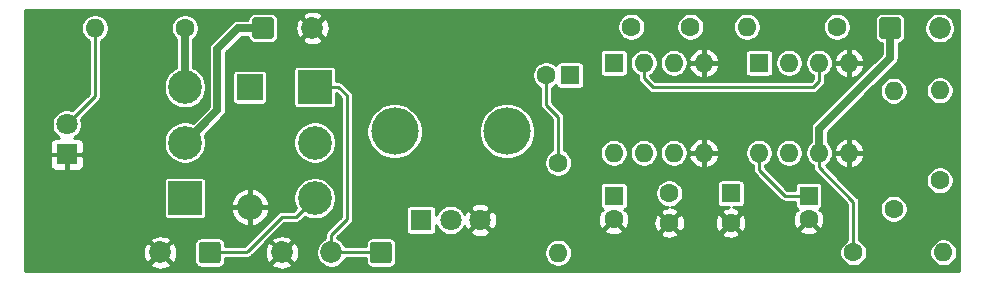
<source format=gbr>
%TF.GenerationSoftware,KiCad,Pcbnew,(5.1.9)-1*%
%TF.CreationDate,2021-04-25T13:20:26-07:00*%
%TF.ProjectId,LM380_BridgeAmp,4c4d3338-305f-4427-9269-646765416d70,v01*%
%TF.SameCoordinates,Original*%
%TF.FileFunction,Copper,L2,Bot*%
%TF.FilePolarity,Positive*%
%FSLAX46Y46*%
G04 Gerber Fmt 4.6, Leading zero omitted, Abs format (unit mm)*
G04 Created by KiCad (PCBNEW (5.1.9)-1) date 2021-04-25 13:20:26*
%MOMM*%
%LPD*%
G01*
G04 APERTURE LIST*
%TA.AperFunction,ComponentPad*%
%ADD10C,1.850000*%
%TD*%
%TA.AperFunction,ComponentPad*%
%ADD11O,2.200000X2.200000*%
%TD*%
%TA.AperFunction,ComponentPad*%
%ADD12R,2.200000X2.200000*%
%TD*%
%TA.AperFunction,ComponentPad*%
%ADD13R,1.600000X1.600000*%
%TD*%
%TA.AperFunction,ComponentPad*%
%ADD14C,1.600000*%
%TD*%
%TA.AperFunction,ComponentPad*%
%ADD15O,1.600000X1.600000*%
%TD*%
%TA.AperFunction,ComponentPad*%
%ADD16R,1.800000X1.800000*%
%TD*%
%TA.AperFunction,ComponentPad*%
%ADD17C,1.800000*%
%TD*%
%TA.AperFunction,ComponentPad*%
%ADD18O,4.000000X4.000000*%
%TD*%
%TA.AperFunction,ComponentPad*%
%ADD19C,2.850000*%
%TD*%
%TA.AperFunction,ComponentPad*%
%ADD20R,2.850000X2.850000*%
%TD*%
%TA.AperFunction,Conductor*%
%ADD21C,0.680000*%
%TD*%
%TA.AperFunction,Conductor*%
%ADD22C,0.250000*%
%TD*%
%TA.AperFunction,Conductor*%
%ADD23C,0.254000*%
%TD*%
%TA.AperFunction,Conductor*%
%ADD24C,0.150000*%
%TD*%
G04 APERTURE END LIST*
D10*
%TO.P,J1,2*%
%TO.N,GND*%
X124800000Y-62000000D03*
%TO.P,J1,1*%
%TO.N,Net-(J1-Pad1)*%
%TA.AperFunction,ComponentPad*%
G36*
G01*
X119675000Y-62675001D02*
X119675000Y-61324999D01*
G75*
G02*
X119924999Y-61075000I249999J0D01*
G01*
X121275001Y-61075000D01*
G75*
G02*
X121525000Y-61324999I0J-249999D01*
G01*
X121525000Y-62675001D01*
G75*
G02*
X121275001Y-62925000I-249999J0D01*
G01*
X119924999Y-62925000D01*
G75*
G02*
X119675000Y-62675001I0J249999D01*
G01*
G37*
%TD.AperFunction*%
%TD*%
D11*
%TO.P,D1,2*%
%TO.N,GND*%
X119500000Y-77160000D03*
D12*
%TO.P,D1,1*%
%TO.N,+15V*%
X119500000Y-67000000D03*
%TD*%
D13*
%TO.P,C1,1*%
%TO.N,+15V*%
X160200000Y-76000000D03*
D14*
%TO.P,C1,2*%
%TO.N,GND*%
X160200000Y-78500000D03*
%TD*%
%TO.P,C2,1*%
%TO.N,+15V*%
X155000000Y-76000000D03*
%TO.P,C2,2*%
%TO.N,GND*%
X155000000Y-78500000D03*
%TD*%
%TO.P,C3,2*%
%TO.N,Net-(C3-Pad2)*%
X144600000Y-66000000D03*
D13*
%TO.P,C3,1*%
%TO.N,Net-(C3-Pad1)*%
X146600000Y-66000000D03*
%TD*%
D14*
%TO.P,C4,1*%
%TO.N,Net-(C4-Pad1)*%
X151800000Y-61900000D03*
%TO.P,C4,2*%
%TO.N,Net-(C3-Pad1)*%
X156800000Y-61900000D03*
%TD*%
D13*
%TO.P,C5,1*%
%TO.N,Net-(C5-Pad1)*%
X166800000Y-76200000D03*
D14*
%TO.P,C5,2*%
%TO.N,GND*%
X166800000Y-78200000D03*
%TD*%
D13*
%TO.P,C6,1*%
%TO.N,Net-(C6-Pad1)*%
X150300000Y-76200000D03*
D14*
%TO.P,C6,2*%
%TO.N,GND*%
X150300000Y-78200000D03*
%TD*%
%TO.P,C7,1*%
%TO.N,Net-(C7-Pad1)*%
X174000000Y-77300000D03*
D15*
%TO.P,C7,2*%
%TO.N,Net-(C7-Pad2)*%
X174000000Y-67300000D03*
%TD*%
D16*
%TO.P,D2,1*%
%TO.N,GND*%
X104000000Y-72700000D03*
D17*
%TO.P,D2,2*%
%TO.N,Net-(D2-Pad2)*%
X104000000Y-70160000D03*
%TD*%
%TO.P,LS1,1*%
%TO.N,Net-(LS1-Pad1)*%
%TA.AperFunction,ComponentPad*%
G36*
G01*
X172775000Y-62675001D02*
X172775000Y-61324999D01*
G75*
G02*
X173024999Y-61075000I249999J0D01*
G01*
X174375001Y-61075000D01*
G75*
G02*
X174625000Y-61324999I0J-249999D01*
G01*
X174625000Y-62675001D01*
G75*
G02*
X174375001Y-62925000I-249999J0D01*
G01*
X173024999Y-62925000D01*
G75*
G02*
X172775000Y-62675001I0J249999D01*
G01*
G37*
%TD.AperFunction*%
D10*
%TO.P,LS1,2*%
%TO.N,Net-(C7-Pad2)*%
X177900000Y-62000000D03*
%TD*%
D15*
%TO.P,R1,2*%
%TO.N,Net-(D2-Pad2)*%
X106380000Y-62000000D03*
D14*
%TO.P,R1,1*%
%TO.N,+15V*%
X114000000Y-62000000D03*
%TD*%
%TO.P,R2,1*%
%TO.N,Net-(C3-Pad2)*%
X145600000Y-73400000D03*
D15*
%TO.P,R2,2*%
%TO.N,Net-(R2-Pad2)*%
X145600000Y-81020000D03*
%TD*%
D14*
%TO.P,R3,1*%
%TO.N,Net-(C4-Pad1)*%
X169200000Y-61900000D03*
D15*
%TO.P,R3,2*%
%TO.N,Net-(C3-Pad1)*%
X161580000Y-61900000D03*
%TD*%
%TO.P,R4,2*%
%TO.N,Net-(C7-Pad2)*%
X177900000Y-67280000D03*
D14*
%TO.P,R4,1*%
%TO.N,Net-(C5-Pad1)*%
X177900000Y-74900000D03*
%TD*%
%TO.P,R5,1*%
%TO.N,Net-(LS1-Pad1)*%
X170600000Y-81000000D03*
D15*
%TO.P,R5,2*%
%TO.N,Net-(C7-Pad1)*%
X178220000Y-81000000D03*
%TD*%
D18*
%TO.P,RV1,*%
%TO.N,*%
X141250000Y-70750000D03*
X131750000Y-70750000D03*
D17*
%TO.P,RV1,3*%
%TO.N,GND*%
X139000000Y-78250000D03*
%TO.P,RV1,2*%
%TO.N,Net-(R2-Pad2)*%
X136500000Y-78250000D03*
D16*
%TO.P,RV1,1*%
%TO.N,/IN*%
X134000000Y-78250000D03*
%TD*%
D19*
%TO.P,SW1,3*%
%TO.N,+15V*%
X114000000Y-67000000D03*
%TO.P,SW1,2*%
%TO.N,Net-(J1-Pad1)*%
X114000000Y-71700000D03*
D20*
%TO.P,SW1,1*%
%TO.N,Net-(SW1-Pad1)*%
X114000000Y-76400000D03*
%TD*%
%TO.P,SW2,1*%
%TO.N,Net-(J3-Pad1)*%
X125000000Y-67000000D03*
D19*
%TO.P,SW2,2*%
%TO.N,/IN*%
X125000000Y-71700000D03*
%TO.P,SW2,3*%
%TO.N,Net-(J2-Pad1)*%
X125000000Y-76400000D03*
%TD*%
D13*
%TO.P,U1,1*%
%TO.N,Net-(U1-Pad1)*%
X162610000Y-64950000D03*
D15*
%TO.P,U1,5*%
%TO.N,GND*%
X170230000Y-72570000D03*
%TO.P,U1,2*%
%TO.N,Net-(C3-Pad1)*%
X165150000Y-64950000D03*
%TO.P,U1,6*%
%TO.N,Net-(LS1-Pad1)*%
X167690000Y-72570000D03*
%TO.P,U1,3*%
%TO.N,Net-(C4-Pad1)*%
X167690000Y-64950000D03*
%TO.P,U1,7*%
%TO.N,+15V*%
X165150000Y-72570000D03*
%TO.P,U1,4*%
%TO.N,GND*%
X170230000Y-64950000D03*
%TO.P,U1,8*%
%TO.N,Net-(C5-Pad1)*%
X162610000Y-72570000D03*
%TD*%
%TO.P,U2,8*%
%TO.N,Net-(C6-Pad1)*%
X150300000Y-72570000D03*
%TO.P,U2,4*%
%TO.N,GND*%
X157920000Y-64950000D03*
%TO.P,U2,7*%
%TO.N,+15V*%
X152840000Y-72570000D03*
%TO.P,U2,3*%
%TO.N,Net-(C3-Pad1)*%
X155380000Y-64950000D03*
%TO.P,U2,6*%
%TO.N,Net-(C7-Pad2)*%
X155380000Y-72570000D03*
%TO.P,U2,2*%
%TO.N,Net-(C4-Pad1)*%
X152840000Y-64950000D03*
%TO.P,U2,5*%
%TO.N,GND*%
X157920000Y-72570000D03*
D13*
%TO.P,U2,1*%
%TO.N,Net-(U2-Pad1)*%
X150300000Y-64950000D03*
%TD*%
%TO.P,J2,1*%
%TO.N,Net-(J2-Pad1)*%
%TA.AperFunction,ComponentPad*%
G36*
G01*
X117025000Y-80324999D02*
X117025000Y-81675001D01*
G75*
G02*
X116775001Y-81925000I-249999J0D01*
G01*
X115424999Y-81925000D01*
G75*
G02*
X115175000Y-81675001I0J249999D01*
G01*
X115175000Y-80324999D01*
G75*
G02*
X115424999Y-80075000I249999J0D01*
G01*
X116775001Y-80075000D01*
G75*
G02*
X117025000Y-80324999I0J-249999D01*
G01*
G37*
%TD.AperFunction*%
D10*
%TO.P,J2,2*%
%TO.N,GND*%
X111900000Y-81000000D03*
%TD*%
%TO.P,J3,1*%
%TO.N,Net-(J3-Pad1)*%
%TA.AperFunction,ComponentPad*%
G36*
G01*
X131525000Y-80324999D02*
X131525000Y-81675001D01*
G75*
G02*
X131275001Y-81925000I-249999J0D01*
G01*
X129924999Y-81925000D01*
G75*
G02*
X129675000Y-81675001I0J249999D01*
G01*
X129675000Y-80324999D01*
G75*
G02*
X129924999Y-80075000I249999J0D01*
G01*
X131275001Y-80075000D01*
G75*
G02*
X131525000Y-80324999I0J-249999D01*
G01*
G37*
%TD.AperFunction*%
%TO.P,J3,2*%
X126400000Y-81000000D03*
%TO.P,J3,3*%
%TO.N,GND*%
X122200000Y-81000000D03*
%TD*%
D21*
%TO.N,+15V*%
X114000000Y-67000000D02*
X114000000Y-62000000D01*
D22*
%TO.N,Net-(C3-Pad2)*%
X145600000Y-73400000D02*
X145600000Y-69500000D01*
X144600000Y-68500000D02*
X144600000Y-66000000D01*
X145600000Y-69500000D02*
X144600000Y-68500000D01*
%TO.N,Net-(C4-Pad1)*%
X167690000Y-66510000D02*
X167690000Y-64950000D01*
X167200000Y-67000000D02*
X167690000Y-66510000D01*
X153600000Y-67000000D02*
X167200000Y-67000000D01*
X152840000Y-66240000D02*
X153600000Y-67000000D01*
X152840000Y-64950000D02*
X152840000Y-66240000D01*
%TO.N,Net-(C5-Pad1)*%
X162610000Y-73310000D02*
X162610000Y-72570000D01*
X166240000Y-76200000D02*
X166800000Y-76200000D01*
D21*
X162610000Y-72570000D02*
X162610000Y-73110000D01*
D22*
X162610000Y-72570000D02*
X162610000Y-74010000D01*
X162610000Y-74010000D02*
X164800000Y-76200000D01*
X164800000Y-76200000D02*
X166800000Y-76200000D01*
%TO.N,Net-(D2-Pad2)*%
X106380000Y-67780000D02*
X104000000Y-70160000D01*
X106380000Y-62000000D02*
X106380000Y-67780000D01*
D21*
%TO.N,Net-(J1-Pad1)*%
X116750000Y-68950000D02*
X114000000Y-71700000D01*
X116750000Y-63750000D02*
X116750000Y-68950000D01*
X116750000Y-63750000D02*
X118500000Y-62000000D01*
X118500000Y-62000000D02*
X120600000Y-62000000D01*
%TO.N,Net-(LS1-Pad1)*%
X173700000Y-62000000D02*
X173700000Y-64500000D01*
X167690000Y-70510000D02*
X167690000Y-72570000D01*
X173700000Y-64500000D02*
X167690000Y-70510000D01*
D22*
X167690000Y-72570000D02*
X167690000Y-73790000D01*
X170600000Y-81000000D02*
X170600000Y-76700000D01*
X167690000Y-73790000D02*
X170600000Y-76700000D01*
%TO.N,Net-(J2-Pad1)*%
X123400000Y-78000000D02*
X125000000Y-76400000D01*
X122200000Y-78000000D02*
X123400000Y-78000000D01*
X119200000Y-81000000D02*
X119300000Y-80900000D01*
X116100000Y-81000000D02*
X119200000Y-81000000D01*
X119300000Y-80900000D02*
X122200000Y-78000000D01*
%TO.N,Net-(J3-Pad1)*%
X125000000Y-67000000D02*
X127000000Y-67000000D01*
X127000000Y-67000000D02*
X127700000Y-67700000D01*
X126400000Y-79500000D02*
X127700000Y-78200000D01*
X126400000Y-81100000D02*
X126400000Y-79500000D01*
X127700000Y-67700000D02*
X127700000Y-78200000D01*
X126400000Y-81000000D02*
X130600000Y-81000000D01*
%TD*%
D23*
%TO.N,GND*%
X179544000Y-82544000D02*
X100456000Y-82544000D01*
X100456000Y-81988724D01*
X111014514Y-81988724D01*
X111102538Y-82221807D01*
X111356224Y-82353907D01*
X111630807Y-82433978D01*
X111915734Y-82458942D01*
X112200057Y-82427839D01*
X112472849Y-82341865D01*
X112697462Y-82221807D01*
X112785486Y-81988724D01*
X111900000Y-81103238D01*
X111014514Y-81988724D01*
X100456000Y-81988724D01*
X100456000Y-81015734D01*
X110441058Y-81015734D01*
X110472161Y-81300057D01*
X110558135Y-81572849D01*
X110678193Y-81797462D01*
X110911276Y-81885486D01*
X111796762Y-81000000D01*
X112003238Y-81000000D01*
X112888724Y-81885486D01*
X113121807Y-81797462D01*
X113253907Y-81543776D01*
X113333978Y-81269193D01*
X113358942Y-80984266D01*
X113327839Y-80699943D01*
X113241865Y-80427151D01*
X113187264Y-80324999D01*
X114792157Y-80324999D01*
X114792157Y-81675001D01*
X114804317Y-81798462D01*
X114840329Y-81917179D01*
X114898810Y-82026589D01*
X114977512Y-82122488D01*
X115073411Y-82201190D01*
X115182821Y-82259671D01*
X115301538Y-82295683D01*
X115424999Y-82307843D01*
X116775001Y-82307843D01*
X116898462Y-82295683D01*
X117017179Y-82259671D01*
X117126589Y-82201190D01*
X117222488Y-82122488D01*
X117301190Y-82026589D01*
X117321429Y-81988724D01*
X121314514Y-81988724D01*
X121402538Y-82221807D01*
X121656224Y-82353907D01*
X121930807Y-82433978D01*
X122215734Y-82458942D01*
X122500057Y-82427839D01*
X122772849Y-82341865D01*
X122997462Y-82221807D01*
X123085486Y-81988724D01*
X122200000Y-81103238D01*
X121314514Y-81988724D01*
X117321429Y-81988724D01*
X117359671Y-81917179D01*
X117395683Y-81798462D01*
X117407843Y-81675001D01*
X117407843Y-81506000D01*
X119175154Y-81506000D01*
X119200000Y-81508447D01*
X119224846Y-81506000D01*
X119224854Y-81506000D01*
X119299193Y-81498678D01*
X119394575Y-81469745D01*
X119482479Y-81422759D01*
X119559527Y-81359527D01*
X119575376Y-81340215D01*
X119675370Y-81240221D01*
X119899857Y-81015734D01*
X120741058Y-81015734D01*
X120772161Y-81300057D01*
X120858135Y-81572849D01*
X120978193Y-81797462D01*
X121211276Y-81885486D01*
X122096762Y-81000000D01*
X122303238Y-81000000D01*
X123188724Y-81885486D01*
X123421807Y-81797462D01*
X123553907Y-81543776D01*
X123633978Y-81269193D01*
X123658942Y-80984266D01*
X123627839Y-80699943D01*
X123541865Y-80427151D01*
X123421807Y-80202538D01*
X123188724Y-80114514D01*
X122303238Y-81000000D01*
X122096762Y-81000000D01*
X121211276Y-80114514D01*
X120978193Y-80202538D01*
X120846093Y-80456224D01*
X120766022Y-80730807D01*
X120741058Y-81015734D01*
X119899857Y-81015734D01*
X120904315Y-80011276D01*
X121314514Y-80011276D01*
X122200000Y-80896762D01*
X123085486Y-80011276D01*
X122997462Y-79778193D01*
X122743776Y-79646093D01*
X122469193Y-79566022D01*
X122184266Y-79541058D01*
X121899943Y-79572161D01*
X121627151Y-79658135D01*
X121402538Y-79778193D01*
X121314514Y-80011276D01*
X120904315Y-80011276D01*
X122409592Y-78506000D01*
X123375154Y-78506000D01*
X123400000Y-78508447D01*
X123424846Y-78506000D01*
X123424854Y-78506000D01*
X123499193Y-78498678D01*
X123594575Y-78469745D01*
X123682479Y-78422759D01*
X123759527Y-78359527D01*
X123775376Y-78340215D01*
X124126912Y-77988679D01*
X124144538Y-78000456D01*
X124473209Y-78136596D01*
X124822125Y-78206000D01*
X125177875Y-78206000D01*
X125526791Y-78136596D01*
X125855462Y-78000456D01*
X126151258Y-77802811D01*
X126402811Y-77551258D01*
X126600456Y-77255462D01*
X126736596Y-76926791D01*
X126806000Y-76577875D01*
X126806000Y-76222125D01*
X126736596Y-75873209D01*
X126600456Y-75544538D01*
X126402811Y-75248742D01*
X126151258Y-74997189D01*
X125855462Y-74799544D01*
X125526791Y-74663404D01*
X125177875Y-74594000D01*
X124822125Y-74594000D01*
X124473209Y-74663404D01*
X124144538Y-74799544D01*
X123848742Y-74997189D01*
X123597189Y-75248742D01*
X123399544Y-75544538D01*
X123263404Y-75873209D01*
X123194000Y-76222125D01*
X123194000Y-76577875D01*
X123263404Y-76926791D01*
X123399544Y-77255462D01*
X123411321Y-77273088D01*
X123190409Y-77494000D01*
X122224845Y-77494000D01*
X122199999Y-77491553D01*
X122175153Y-77494000D01*
X122175146Y-77494000D01*
X122110694Y-77500348D01*
X122100806Y-77501322D01*
X122078607Y-77508056D01*
X122005425Y-77530255D01*
X121917521Y-77577241D01*
X121840473Y-77640473D01*
X121824629Y-77659779D01*
X118990409Y-80494000D01*
X117407843Y-80494000D01*
X117407843Y-80324999D01*
X117395683Y-80201538D01*
X117359671Y-80082821D01*
X117301190Y-79973411D01*
X117222488Y-79877512D01*
X117126589Y-79798810D01*
X117017179Y-79740329D01*
X116898462Y-79704317D01*
X116775001Y-79692157D01*
X115424999Y-79692157D01*
X115301538Y-79704317D01*
X115182821Y-79740329D01*
X115073411Y-79798810D01*
X114977512Y-79877512D01*
X114898810Y-79973411D01*
X114840329Y-80082821D01*
X114804317Y-80201538D01*
X114792157Y-80324999D01*
X113187264Y-80324999D01*
X113121807Y-80202538D01*
X112888724Y-80114514D01*
X112003238Y-81000000D01*
X111796762Y-81000000D01*
X110911276Y-80114514D01*
X110678193Y-80202538D01*
X110546093Y-80456224D01*
X110466022Y-80730807D01*
X110441058Y-81015734D01*
X100456000Y-81015734D01*
X100456000Y-80011276D01*
X111014514Y-80011276D01*
X111900000Y-80896762D01*
X112785486Y-80011276D01*
X112697462Y-79778193D01*
X112443776Y-79646093D01*
X112169193Y-79566022D01*
X111884266Y-79541058D01*
X111599943Y-79572161D01*
X111327151Y-79658135D01*
X111102538Y-79778193D01*
X111014514Y-80011276D01*
X100456000Y-80011276D01*
X100456000Y-74975000D01*
X112192157Y-74975000D01*
X112192157Y-77825000D01*
X112199513Y-77899689D01*
X112221299Y-77971508D01*
X112256678Y-78037696D01*
X112304289Y-78095711D01*
X112362304Y-78143322D01*
X112428492Y-78178701D01*
X112500311Y-78200487D01*
X112575000Y-78207843D01*
X115425000Y-78207843D01*
X115499689Y-78200487D01*
X115571508Y-78178701D01*
X115637696Y-78143322D01*
X115695711Y-78095711D01*
X115743322Y-78037696D01*
X115778701Y-77971508D01*
X115800487Y-77899689D01*
X115807843Y-77825000D01*
X115807843Y-77486364D01*
X117906067Y-77486364D01*
X118000364Y-77791054D01*
X118152292Y-78071493D01*
X118356011Y-78316904D01*
X118603693Y-78517856D01*
X118885820Y-78666626D01*
X119173636Y-78753930D01*
X119427000Y-78653467D01*
X119427000Y-77233000D01*
X119573000Y-77233000D01*
X119573000Y-78653467D01*
X119826364Y-78753930D01*
X120114180Y-78666626D01*
X120396307Y-78517856D01*
X120643989Y-78316904D01*
X120847708Y-78071493D01*
X120999636Y-77791054D01*
X121093933Y-77486364D01*
X120993614Y-77233000D01*
X119573000Y-77233000D01*
X119427000Y-77233000D01*
X118006386Y-77233000D01*
X117906067Y-77486364D01*
X115807843Y-77486364D01*
X115807843Y-76833636D01*
X117906067Y-76833636D01*
X118006386Y-77087000D01*
X119427000Y-77087000D01*
X119427000Y-75666533D01*
X119573000Y-75666533D01*
X119573000Y-77087000D01*
X120993614Y-77087000D01*
X121093933Y-76833636D01*
X120999636Y-76528946D01*
X120847708Y-76248507D01*
X120643989Y-76003096D01*
X120396307Y-75802144D01*
X120114180Y-75653374D01*
X119826364Y-75566070D01*
X119573000Y-75666533D01*
X119427000Y-75666533D01*
X119173636Y-75566070D01*
X118885820Y-75653374D01*
X118603693Y-75802144D01*
X118356011Y-76003096D01*
X118152292Y-76248507D01*
X118000364Y-76528946D01*
X117906067Y-76833636D01*
X115807843Y-76833636D01*
X115807843Y-74975000D01*
X115800487Y-74900311D01*
X115778701Y-74828492D01*
X115743322Y-74762304D01*
X115695711Y-74704289D01*
X115637696Y-74656678D01*
X115571508Y-74621299D01*
X115499689Y-74599513D01*
X115425000Y-74592157D01*
X112575000Y-74592157D01*
X112500311Y-74599513D01*
X112428492Y-74621299D01*
X112362304Y-74656678D01*
X112304289Y-74704289D01*
X112256678Y-74762304D01*
X112221299Y-74828492D01*
X112199513Y-74900311D01*
X112192157Y-74975000D01*
X100456000Y-74975000D01*
X100456000Y-73600000D01*
X102570450Y-73600000D01*
X102580625Y-73703310D01*
X102610760Y-73802650D01*
X102659695Y-73894202D01*
X102725552Y-73974448D01*
X102805798Y-74040305D01*
X102897350Y-74089240D01*
X102996690Y-74119375D01*
X103100000Y-74129550D01*
X103795250Y-74127000D01*
X103927000Y-73995250D01*
X103927000Y-72773000D01*
X104073000Y-72773000D01*
X104073000Y-73995250D01*
X104204750Y-74127000D01*
X104900000Y-74129550D01*
X105003310Y-74119375D01*
X105102650Y-74089240D01*
X105194202Y-74040305D01*
X105274448Y-73974448D01*
X105340305Y-73894202D01*
X105389240Y-73802650D01*
X105419375Y-73703310D01*
X105429550Y-73600000D01*
X105427000Y-72904750D01*
X105295250Y-72773000D01*
X104073000Y-72773000D01*
X103927000Y-72773000D01*
X102704750Y-72773000D01*
X102573000Y-72904750D01*
X102570450Y-73600000D01*
X100456000Y-73600000D01*
X100456000Y-71800000D01*
X102570450Y-71800000D01*
X102573000Y-72495250D01*
X102704750Y-72627000D01*
X103927000Y-72627000D01*
X103927000Y-72607000D01*
X104073000Y-72607000D01*
X104073000Y-72627000D01*
X105295250Y-72627000D01*
X105427000Y-72495250D01*
X105429550Y-71800000D01*
X105419375Y-71696690D01*
X105389240Y-71597350D01*
X105349032Y-71522125D01*
X112194000Y-71522125D01*
X112194000Y-71877875D01*
X112263404Y-72226791D01*
X112399544Y-72555462D01*
X112597189Y-72851258D01*
X112848742Y-73102811D01*
X113144538Y-73300456D01*
X113473209Y-73436596D01*
X113822125Y-73506000D01*
X114177875Y-73506000D01*
X114526791Y-73436596D01*
X114855462Y-73300456D01*
X115151258Y-73102811D01*
X115402811Y-72851258D01*
X115600456Y-72555462D01*
X115736596Y-72226791D01*
X115806000Y-71877875D01*
X115806000Y-71522125D01*
X123194000Y-71522125D01*
X123194000Y-71877875D01*
X123263404Y-72226791D01*
X123399544Y-72555462D01*
X123597189Y-72851258D01*
X123848742Y-73102811D01*
X124144538Y-73300456D01*
X124473209Y-73436596D01*
X124822125Y-73506000D01*
X125177875Y-73506000D01*
X125526791Y-73436596D01*
X125855462Y-73300456D01*
X126151258Y-73102811D01*
X126402811Y-72851258D01*
X126600456Y-72555462D01*
X126736596Y-72226791D01*
X126806000Y-71877875D01*
X126806000Y-71522125D01*
X126736596Y-71173209D01*
X126600456Y-70844538D01*
X126402811Y-70548742D01*
X126151258Y-70297189D01*
X125855462Y-70099544D01*
X125526791Y-69963404D01*
X125177875Y-69894000D01*
X124822125Y-69894000D01*
X124473209Y-69963404D01*
X124144538Y-70099544D01*
X123848742Y-70297189D01*
X123597189Y-70548742D01*
X123399544Y-70844538D01*
X123263404Y-71173209D01*
X123194000Y-71522125D01*
X115806000Y-71522125D01*
X115736596Y-71173209D01*
X115680900Y-71038747D01*
X117234785Y-69484863D01*
X117262290Y-69462290D01*
X117352390Y-69352504D01*
X117419340Y-69227250D01*
X117460567Y-69091341D01*
X117471000Y-68985414D01*
X117471000Y-68985407D01*
X117474487Y-68950001D01*
X117471000Y-68914595D01*
X117471000Y-65900000D01*
X118017157Y-65900000D01*
X118017157Y-68100000D01*
X118024513Y-68174689D01*
X118046299Y-68246508D01*
X118081678Y-68312696D01*
X118129289Y-68370711D01*
X118187304Y-68418322D01*
X118253492Y-68453701D01*
X118325311Y-68475487D01*
X118400000Y-68482843D01*
X120600000Y-68482843D01*
X120674689Y-68475487D01*
X120746508Y-68453701D01*
X120812696Y-68418322D01*
X120870711Y-68370711D01*
X120918322Y-68312696D01*
X120953701Y-68246508D01*
X120975487Y-68174689D01*
X120982843Y-68100000D01*
X120982843Y-65900000D01*
X120975487Y-65825311D01*
X120953701Y-65753492D01*
X120918322Y-65687304D01*
X120870711Y-65629289D01*
X120812696Y-65581678D01*
X120800203Y-65575000D01*
X123192157Y-65575000D01*
X123192157Y-68425000D01*
X123199513Y-68499689D01*
X123221299Y-68571508D01*
X123256678Y-68637696D01*
X123304289Y-68695711D01*
X123362304Y-68743322D01*
X123428492Y-68778701D01*
X123500311Y-68800487D01*
X123575000Y-68807843D01*
X126425000Y-68807843D01*
X126499689Y-68800487D01*
X126571508Y-68778701D01*
X126637696Y-68743322D01*
X126695711Y-68695711D01*
X126743322Y-68637696D01*
X126778701Y-68571508D01*
X126800487Y-68499689D01*
X126807843Y-68425000D01*
X126807843Y-67523434D01*
X127194000Y-67909592D01*
X127194001Y-77990407D01*
X126059780Y-79124629D01*
X126040474Y-79140473D01*
X125977242Y-79217521D01*
X125952127Y-79264508D01*
X125930255Y-79305426D01*
X125901322Y-79400808D01*
X125891553Y-79500000D01*
X125894001Y-79524856D01*
X125894001Y-79795988D01*
X125781377Y-79842638D01*
X125567474Y-79985564D01*
X125385564Y-80167474D01*
X125242638Y-80381377D01*
X125144189Y-80619054D01*
X125094000Y-80871370D01*
X125094000Y-81128630D01*
X125144189Y-81380946D01*
X125242638Y-81618623D01*
X125385564Y-81832526D01*
X125567474Y-82014436D01*
X125781377Y-82157362D01*
X126019054Y-82255811D01*
X126271370Y-82306000D01*
X126528630Y-82306000D01*
X126780946Y-82255811D01*
X127018623Y-82157362D01*
X127232526Y-82014436D01*
X127414436Y-81832526D01*
X127557362Y-81618623D01*
X127604012Y-81506000D01*
X129292157Y-81506000D01*
X129292157Y-81675001D01*
X129304317Y-81798462D01*
X129340329Y-81917179D01*
X129398810Y-82026589D01*
X129477512Y-82122488D01*
X129573411Y-82201190D01*
X129682821Y-82259671D01*
X129801538Y-82295683D01*
X129924999Y-82307843D01*
X131275001Y-82307843D01*
X131398462Y-82295683D01*
X131517179Y-82259671D01*
X131626589Y-82201190D01*
X131722488Y-82122488D01*
X131801190Y-82026589D01*
X131859671Y-81917179D01*
X131895683Y-81798462D01*
X131907843Y-81675001D01*
X131907843Y-80903682D01*
X144419000Y-80903682D01*
X144419000Y-81136318D01*
X144464386Y-81364485D01*
X144553412Y-81579413D01*
X144682658Y-81772843D01*
X144847157Y-81937342D01*
X145040587Y-82066588D01*
X145255515Y-82155614D01*
X145483682Y-82201000D01*
X145716318Y-82201000D01*
X145944485Y-82155614D01*
X146159413Y-82066588D01*
X146352843Y-81937342D01*
X146517342Y-81772843D01*
X146646588Y-81579413D01*
X146735614Y-81364485D01*
X146781000Y-81136318D01*
X146781000Y-80903682D01*
X146735614Y-80675515D01*
X146646588Y-80460587D01*
X146517342Y-80267157D01*
X146352843Y-80102658D01*
X146159413Y-79973412D01*
X145944485Y-79884386D01*
X145716318Y-79839000D01*
X145483682Y-79839000D01*
X145255515Y-79884386D01*
X145040587Y-79973412D01*
X144847157Y-80102658D01*
X144682658Y-80267157D01*
X144553412Y-80460587D01*
X144464386Y-80675515D01*
X144419000Y-80903682D01*
X131907843Y-80903682D01*
X131907843Y-80324999D01*
X131895683Y-80201538D01*
X131859671Y-80082821D01*
X131801190Y-79973411D01*
X131722488Y-79877512D01*
X131626589Y-79798810D01*
X131517179Y-79740329D01*
X131398462Y-79704317D01*
X131275001Y-79692157D01*
X129924999Y-79692157D01*
X129801538Y-79704317D01*
X129682821Y-79740329D01*
X129573411Y-79798810D01*
X129477512Y-79877512D01*
X129398810Y-79973411D01*
X129340329Y-80082821D01*
X129304317Y-80201538D01*
X129292157Y-80324999D01*
X129292157Y-80494000D01*
X127604012Y-80494000D01*
X127557362Y-80381377D01*
X127414436Y-80167474D01*
X127232526Y-79985564D01*
X127018623Y-79842638D01*
X126906000Y-79795988D01*
X126906000Y-79709591D01*
X128040220Y-78575372D01*
X128059527Y-78559527D01*
X128122759Y-78482479D01*
X128169745Y-78394575D01*
X128198678Y-78299193D01*
X128206000Y-78224854D01*
X128208448Y-78200000D01*
X128206000Y-78175146D01*
X128206000Y-77350000D01*
X132717157Y-77350000D01*
X132717157Y-79150000D01*
X132724513Y-79224689D01*
X132746299Y-79296508D01*
X132781678Y-79362696D01*
X132829289Y-79420711D01*
X132887304Y-79468322D01*
X132953492Y-79503701D01*
X133025311Y-79525487D01*
X133100000Y-79532843D01*
X134900000Y-79532843D01*
X134974689Y-79525487D01*
X135046508Y-79503701D01*
X135112696Y-79468322D01*
X135170711Y-79420711D01*
X135218322Y-79362696D01*
X135253701Y-79296508D01*
X135275487Y-79224689D01*
X135282843Y-79150000D01*
X135282843Y-78658937D01*
X135364793Y-78856781D01*
X135504982Y-79066590D01*
X135683410Y-79245018D01*
X135893219Y-79385207D01*
X136126346Y-79481772D01*
X136373833Y-79531000D01*
X136626167Y-79531000D01*
X136873654Y-79481772D01*
X137106781Y-79385207D01*
X137316590Y-79245018D01*
X137340675Y-79220933D01*
X138132304Y-79220933D01*
X138217323Y-79451458D01*
X138466755Y-79581065D01*
X138736679Y-79659520D01*
X139016722Y-79683808D01*
X139296123Y-79652995D01*
X139564144Y-79568266D01*
X139782677Y-79451458D01*
X139867696Y-79220933D01*
X139000000Y-78353238D01*
X138132304Y-79220933D01*
X137340675Y-79220933D01*
X137495018Y-79066590D01*
X137635207Y-78856781D01*
X137669239Y-78774620D01*
X137681734Y-78814144D01*
X137798542Y-79032677D01*
X138029067Y-79117696D01*
X138896762Y-78250000D01*
X139103238Y-78250000D01*
X139970933Y-79117696D01*
X140019568Y-79099759D01*
X149503478Y-79099759D01*
X149576469Y-79320050D01*
X149808882Y-79439683D01*
X150060168Y-79511675D01*
X150320672Y-79533260D01*
X150580381Y-79503609D01*
X150829315Y-79423860D01*
X150874405Y-79399759D01*
X154203478Y-79399759D01*
X154276469Y-79620050D01*
X154508882Y-79739683D01*
X154760168Y-79811675D01*
X155020672Y-79833260D01*
X155280381Y-79803609D01*
X155529315Y-79723860D01*
X155723531Y-79620050D01*
X155796522Y-79399759D01*
X159403478Y-79399759D01*
X159476469Y-79620050D01*
X159708882Y-79739683D01*
X159960168Y-79811675D01*
X160220672Y-79833260D01*
X160480381Y-79803609D01*
X160729315Y-79723860D01*
X160923531Y-79620050D01*
X160996522Y-79399759D01*
X160200000Y-78603238D01*
X159403478Y-79399759D01*
X155796522Y-79399759D01*
X155000000Y-78603238D01*
X154203478Y-79399759D01*
X150874405Y-79399759D01*
X151023531Y-79320050D01*
X151096522Y-79099759D01*
X150300000Y-78303238D01*
X149503478Y-79099759D01*
X140019568Y-79099759D01*
X140201458Y-79032677D01*
X140331065Y-78783245D01*
X140409520Y-78513321D01*
X140433808Y-78233278D01*
X140432418Y-78220672D01*
X148966740Y-78220672D01*
X148996391Y-78480381D01*
X149076140Y-78729315D01*
X149179950Y-78923531D01*
X149400241Y-78996522D01*
X150196762Y-78200000D01*
X150182620Y-78185858D01*
X150285858Y-78082620D01*
X150300000Y-78096762D01*
X150314142Y-78082620D01*
X150417380Y-78185858D01*
X150403238Y-78200000D01*
X151199759Y-78996522D01*
X151420050Y-78923531D01*
X151539683Y-78691118D01*
X151588514Y-78520672D01*
X153666740Y-78520672D01*
X153696391Y-78780381D01*
X153776140Y-79029315D01*
X153879950Y-79223531D01*
X154100241Y-79296522D01*
X154896762Y-78500000D01*
X155103238Y-78500000D01*
X155899759Y-79296522D01*
X156120050Y-79223531D01*
X156239683Y-78991118D01*
X156311675Y-78739832D01*
X156329834Y-78520672D01*
X158866740Y-78520672D01*
X158896391Y-78780381D01*
X158976140Y-79029315D01*
X159079950Y-79223531D01*
X159300241Y-79296522D01*
X160096762Y-78500000D01*
X160303238Y-78500000D01*
X161099759Y-79296522D01*
X161320050Y-79223531D01*
X161383760Y-79099759D01*
X166003478Y-79099759D01*
X166076469Y-79320050D01*
X166308882Y-79439683D01*
X166560168Y-79511675D01*
X166820672Y-79533260D01*
X167080381Y-79503609D01*
X167329315Y-79423860D01*
X167523531Y-79320050D01*
X167596522Y-79099759D01*
X166800000Y-78303238D01*
X166003478Y-79099759D01*
X161383760Y-79099759D01*
X161439683Y-78991118D01*
X161511675Y-78739832D01*
X161533260Y-78479328D01*
X161503609Y-78219619D01*
X161423860Y-77970685D01*
X161320050Y-77776469D01*
X161099759Y-77703478D01*
X160303238Y-78500000D01*
X160096762Y-78500000D01*
X159300241Y-77703478D01*
X159079950Y-77776469D01*
X158960317Y-78008882D01*
X158888325Y-78260168D01*
X158866740Y-78520672D01*
X156329834Y-78520672D01*
X156333260Y-78479328D01*
X156303609Y-78219619D01*
X156223860Y-77970685D01*
X156120050Y-77776469D01*
X155899759Y-77703478D01*
X155103238Y-78500000D01*
X154896762Y-78500000D01*
X154100241Y-77703478D01*
X153879950Y-77776469D01*
X153760317Y-78008882D01*
X153688325Y-78260168D01*
X153666740Y-78520672D01*
X151588514Y-78520672D01*
X151611675Y-78439832D01*
X151633260Y-78179328D01*
X151603609Y-77919619D01*
X151523860Y-77670685D01*
X151420050Y-77476469D01*
X151199761Y-77403479D01*
X151253020Y-77350220D01*
X151312696Y-77318322D01*
X151370711Y-77270711D01*
X151418322Y-77212696D01*
X151453701Y-77146508D01*
X151475487Y-77074689D01*
X151482843Y-77000000D01*
X151482843Y-75883682D01*
X153819000Y-75883682D01*
X153819000Y-76116318D01*
X153864386Y-76344485D01*
X153953412Y-76559413D01*
X154082658Y-76752843D01*
X154247157Y-76917342D01*
X154440587Y-77046588D01*
X154655515Y-77135614D01*
X154873014Y-77178878D01*
X154719619Y-77196391D01*
X154470685Y-77276140D01*
X154276469Y-77379950D01*
X154203478Y-77600241D01*
X155000000Y-78396762D01*
X155796522Y-77600241D01*
X155723531Y-77379950D01*
X155491118Y-77260317D01*
X155239832Y-77188325D01*
X155126643Y-77178946D01*
X155344485Y-77135614D01*
X155559413Y-77046588D01*
X155752843Y-76917342D01*
X155917342Y-76752843D01*
X156046588Y-76559413D01*
X156135614Y-76344485D01*
X156181000Y-76116318D01*
X156181000Y-75883682D01*
X156135614Y-75655515D01*
X156046588Y-75440587D01*
X155917342Y-75247157D01*
X155870185Y-75200000D01*
X159017157Y-75200000D01*
X159017157Y-76800000D01*
X159024513Y-76874689D01*
X159046299Y-76946508D01*
X159081678Y-77012696D01*
X159129289Y-77070711D01*
X159187304Y-77118322D01*
X159253492Y-77153701D01*
X159325311Y-77175487D01*
X159400000Y-77182843D01*
X160038284Y-77182843D01*
X159919619Y-77196391D01*
X159670685Y-77276140D01*
X159476469Y-77379950D01*
X159403478Y-77600241D01*
X160200000Y-78396762D01*
X160996522Y-77600241D01*
X160923531Y-77379950D01*
X160691118Y-77260317D01*
X160439832Y-77188325D01*
X160373671Y-77182843D01*
X161000000Y-77182843D01*
X161074689Y-77175487D01*
X161146508Y-77153701D01*
X161212696Y-77118322D01*
X161270711Y-77070711D01*
X161318322Y-77012696D01*
X161353701Y-76946508D01*
X161375487Y-76874689D01*
X161382843Y-76800000D01*
X161382843Y-75200000D01*
X161375487Y-75125311D01*
X161353701Y-75053492D01*
X161318322Y-74987304D01*
X161270711Y-74929289D01*
X161212696Y-74881678D01*
X161146508Y-74846299D01*
X161074689Y-74824513D01*
X161000000Y-74817157D01*
X159400000Y-74817157D01*
X159325311Y-74824513D01*
X159253492Y-74846299D01*
X159187304Y-74881678D01*
X159129289Y-74929289D01*
X159081678Y-74987304D01*
X159046299Y-75053492D01*
X159024513Y-75125311D01*
X159017157Y-75200000D01*
X155870185Y-75200000D01*
X155752843Y-75082658D01*
X155559413Y-74953412D01*
X155344485Y-74864386D01*
X155116318Y-74819000D01*
X154883682Y-74819000D01*
X154655515Y-74864386D01*
X154440587Y-74953412D01*
X154247157Y-75082658D01*
X154082658Y-75247157D01*
X153953412Y-75440587D01*
X153864386Y-75655515D01*
X153819000Y-75883682D01*
X151482843Y-75883682D01*
X151482843Y-75400000D01*
X151475487Y-75325311D01*
X151453701Y-75253492D01*
X151418322Y-75187304D01*
X151370711Y-75129289D01*
X151312696Y-75081678D01*
X151246508Y-75046299D01*
X151174689Y-75024513D01*
X151100000Y-75017157D01*
X149500000Y-75017157D01*
X149425311Y-75024513D01*
X149353492Y-75046299D01*
X149287304Y-75081678D01*
X149229289Y-75129289D01*
X149181678Y-75187304D01*
X149146299Y-75253492D01*
X149124513Y-75325311D01*
X149117157Y-75400000D01*
X149117157Y-77000000D01*
X149124513Y-77074689D01*
X149146299Y-77146508D01*
X149181678Y-77212696D01*
X149229289Y-77270711D01*
X149287304Y-77318322D01*
X149346980Y-77350220D01*
X149400239Y-77403479D01*
X149179950Y-77476469D01*
X149060317Y-77708882D01*
X148988325Y-77960168D01*
X148966740Y-78220672D01*
X140432418Y-78220672D01*
X140402995Y-77953877D01*
X140318266Y-77685856D01*
X140201458Y-77467323D01*
X139970933Y-77382304D01*
X139103238Y-78250000D01*
X138896762Y-78250000D01*
X138029067Y-77382304D01*
X137798542Y-77467323D01*
X137668935Y-77716755D01*
X137667587Y-77721392D01*
X137635207Y-77643219D01*
X137495018Y-77433410D01*
X137340675Y-77279067D01*
X138132304Y-77279067D01*
X139000000Y-78146762D01*
X139867696Y-77279067D01*
X139782677Y-77048542D01*
X139533245Y-76918935D01*
X139263321Y-76840480D01*
X138983278Y-76816192D01*
X138703877Y-76847005D01*
X138435856Y-76931734D01*
X138217323Y-77048542D01*
X138132304Y-77279067D01*
X137340675Y-77279067D01*
X137316590Y-77254982D01*
X137106781Y-77114793D01*
X136873654Y-77018228D01*
X136626167Y-76969000D01*
X136373833Y-76969000D01*
X136126346Y-77018228D01*
X135893219Y-77114793D01*
X135683410Y-77254982D01*
X135504982Y-77433410D01*
X135364793Y-77643219D01*
X135282843Y-77841063D01*
X135282843Y-77350000D01*
X135275487Y-77275311D01*
X135253701Y-77203492D01*
X135218322Y-77137304D01*
X135170711Y-77079289D01*
X135112696Y-77031678D01*
X135046508Y-76996299D01*
X134974689Y-76974513D01*
X134900000Y-76967157D01*
X133100000Y-76967157D01*
X133025311Y-76974513D01*
X132953492Y-76996299D01*
X132887304Y-77031678D01*
X132829289Y-77079289D01*
X132781678Y-77137304D01*
X132746299Y-77203492D01*
X132724513Y-77275311D01*
X132717157Y-77350000D01*
X128206000Y-77350000D01*
X128206000Y-70515492D01*
X129369000Y-70515492D01*
X129369000Y-70984508D01*
X129460500Y-71444512D01*
X129639985Y-71877827D01*
X129900556Y-72267799D01*
X130232201Y-72599444D01*
X130622173Y-72860015D01*
X131055488Y-73039500D01*
X131515492Y-73131000D01*
X131984508Y-73131000D01*
X132444512Y-73039500D01*
X132877827Y-72860015D01*
X133267799Y-72599444D01*
X133599444Y-72267799D01*
X133860015Y-71877827D01*
X134039500Y-71444512D01*
X134131000Y-70984508D01*
X134131000Y-70515492D01*
X138869000Y-70515492D01*
X138869000Y-70984508D01*
X138960500Y-71444512D01*
X139139985Y-71877827D01*
X139400556Y-72267799D01*
X139732201Y-72599444D01*
X140122173Y-72860015D01*
X140555488Y-73039500D01*
X141015492Y-73131000D01*
X141484508Y-73131000D01*
X141944512Y-73039500D01*
X142377827Y-72860015D01*
X142767799Y-72599444D01*
X143099444Y-72267799D01*
X143360015Y-71877827D01*
X143539500Y-71444512D01*
X143631000Y-70984508D01*
X143631000Y-70515492D01*
X143539500Y-70055488D01*
X143360015Y-69622173D01*
X143099444Y-69232201D01*
X142767799Y-68900556D01*
X142377827Y-68639985D01*
X141944512Y-68460500D01*
X141484508Y-68369000D01*
X141015492Y-68369000D01*
X140555488Y-68460500D01*
X140122173Y-68639985D01*
X139732201Y-68900556D01*
X139400556Y-69232201D01*
X139139985Y-69622173D01*
X138960500Y-70055488D01*
X138869000Y-70515492D01*
X134131000Y-70515492D01*
X134039500Y-70055488D01*
X133860015Y-69622173D01*
X133599444Y-69232201D01*
X133267799Y-68900556D01*
X132877827Y-68639985D01*
X132444512Y-68460500D01*
X131984508Y-68369000D01*
X131515492Y-68369000D01*
X131055488Y-68460500D01*
X130622173Y-68639985D01*
X130232201Y-68900556D01*
X129900556Y-69232201D01*
X129639985Y-69622173D01*
X129460500Y-70055488D01*
X129369000Y-70515492D01*
X128206000Y-70515492D01*
X128206000Y-67724845D01*
X128208447Y-67699999D01*
X128206000Y-67675153D01*
X128206000Y-67675146D01*
X128198678Y-67600807D01*
X128169745Y-67505425D01*
X128122759Y-67417521D01*
X128059527Y-67340473D01*
X128040220Y-67324628D01*
X127375376Y-66659785D01*
X127359527Y-66640473D01*
X127282479Y-66577241D01*
X127194575Y-66530255D01*
X127099193Y-66501322D01*
X127024854Y-66494000D01*
X127024846Y-66494000D01*
X127000000Y-66491553D01*
X126975154Y-66494000D01*
X126807843Y-66494000D01*
X126807843Y-65883682D01*
X143419000Y-65883682D01*
X143419000Y-66116318D01*
X143464386Y-66344485D01*
X143553412Y-66559413D01*
X143682658Y-66752843D01*
X143847157Y-66917342D01*
X144040587Y-67046588D01*
X144094001Y-67068713D01*
X144094000Y-68475154D01*
X144091553Y-68500000D01*
X144094000Y-68524846D01*
X144094000Y-68524853D01*
X144101322Y-68599192D01*
X144130255Y-68694574D01*
X144177241Y-68782479D01*
X144240473Y-68859527D01*
X144259785Y-68875376D01*
X145094001Y-69709593D01*
X145094000Y-72331288D01*
X145040587Y-72353412D01*
X144847157Y-72482658D01*
X144682658Y-72647157D01*
X144553412Y-72840587D01*
X144464386Y-73055515D01*
X144419000Y-73283682D01*
X144419000Y-73516318D01*
X144464386Y-73744485D01*
X144553412Y-73959413D01*
X144682658Y-74152843D01*
X144847157Y-74317342D01*
X145040587Y-74446588D01*
X145255515Y-74535614D01*
X145483682Y-74581000D01*
X145716318Y-74581000D01*
X145944485Y-74535614D01*
X146159413Y-74446588D01*
X146352843Y-74317342D01*
X146517342Y-74152843D01*
X146646588Y-73959413D01*
X146735614Y-73744485D01*
X146781000Y-73516318D01*
X146781000Y-73283682D01*
X146735614Y-73055515D01*
X146646588Y-72840587D01*
X146517342Y-72647157D01*
X146352843Y-72482658D01*
X146309478Y-72453682D01*
X149119000Y-72453682D01*
X149119000Y-72686318D01*
X149164386Y-72914485D01*
X149253412Y-73129413D01*
X149382658Y-73322843D01*
X149547157Y-73487342D01*
X149740587Y-73616588D01*
X149955515Y-73705614D01*
X150183682Y-73751000D01*
X150416318Y-73751000D01*
X150644485Y-73705614D01*
X150859413Y-73616588D01*
X151052843Y-73487342D01*
X151217342Y-73322843D01*
X151346588Y-73129413D01*
X151435614Y-72914485D01*
X151481000Y-72686318D01*
X151481000Y-72453682D01*
X151659000Y-72453682D01*
X151659000Y-72686318D01*
X151704386Y-72914485D01*
X151793412Y-73129413D01*
X151922658Y-73322843D01*
X152087157Y-73487342D01*
X152280587Y-73616588D01*
X152495515Y-73705614D01*
X152723682Y-73751000D01*
X152956318Y-73751000D01*
X153184485Y-73705614D01*
X153399413Y-73616588D01*
X153592843Y-73487342D01*
X153757342Y-73322843D01*
X153886588Y-73129413D01*
X153975614Y-72914485D01*
X154021000Y-72686318D01*
X154021000Y-72453682D01*
X154199000Y-72453682D01*
X154199000Y-72686318D01*
X154244386Y-72914485D01*
X154333412Y-73129413D01*
X154462658Y-73322843D01*
X154627157Y-73487342D01*
X154820587Y-73616588D01*
X155035515Y-73705614D01*
X155263682Y-73751000D01*
X155496318Y-73751000D01*
X155724485Y-73705614D01*
X155939413Y-73616588D01*
X156132843Y-73487342D01*
X156297342Y-73322843D01*
X156426588Y-73129413D01*
X156515614Y-72914485D01*
X156528565Y-72849376D01*
X156622739Y-72849376D01*
X156702169Y-73097091D01*
X156828400Y-73324550D01*
X156996580Y-73523012D01*
X157200247Y-73684850D01*
X157431573Y-73803845D01*
X157640624Y-73867258D01*
X157847000Y-73763019D01*
X157847000Y-72643000D01*
X157993000Y-72643000D01*
X157993000Y-73763019D01*
X158199376Y-73867258D01*
X158408427Y-73803845D01*
X158639753Y-73684850D01*
X158843420Y-73523012D01*
X159011600Y-73324550D01*
X159137831Y-73097091D01*
X159217261Y-72849376D01*
X159113244Y-72643000D01*
X157993000Y-72643000D01*
X157847000Y-72643000D01*
X156726756Y-72643000D01*
X156622739Y-72849376D01*
X156528565Y-72849376D01*
X156561000Y-72686318D01*
X156561000Y-72453682D01*
X156528566Y-72290624D01*
X156622739Y-72290624D01*
X156726756Y-72497000D01*
X157847000Y-72497000D01*
X157847000Y-71376981D01*
X157993000Y-71376981D01*
X157993000Y-72497000D01*
X159113244Y-72497000D01*
X159135077Y-72453682D01*
X161429000Y-72453682D01*
X161429000Y-72686318D01*
X161474386Y-72914485D01*
X161563412Y-73129413D01*
X161692658Y-73322843D01*
X161857157Y-73487342D01*
X162050587Y-73616588D01*
X162104001Y-73638713D01*
X162104001Y-73985144D01*
X162101553Y-74010000D01*
X162111322Y-74109192D01*
X162140255Y-74204574D01*
X162140256Y-74204575D01*
X162187242Y-74292479D01*
X162250474Y-74369527D01*
X162269781Y-74385372D01*
X164424628Y-76540220D01*
X164440473Y-76559527D01*
X164517521Y-76622759D01*
X164605425Y-76669745D01*
X164700807Y-76698678D01*
X164800000Y-76708448D01*
X164824854Y-76706000D01*
X165617157Y-76706000D01*
X165617157Y-77000000D01*
X165624513Y-77074689D01*
X165646299Y-77146508D01*
X165681678Y-77212696D01*
X165729289Y-77270711D01*
X165787304Y-77318322D01*
X165846980Y-77350220D01*
X165900239Y-77403479D01*
X165679950Y-77476469D01*
X165560317Y-77708882D01*
X165488325Y-77960168D01*
X165466740Y-78220672D01*
X165496391Y-78480381D01*
X165576140Y-78729315D01*
X165679950Y-78923531D01*
X165900241Y-78996522D01*
X166696762Y-78200000D01*
X166682620Y-78185858D01*
X166785858Y-78082620D01*
X166800000Y-78096762D01*
X166814142Y-78082620D01*
X166917380Y-78185858D01*
X166903238Y-78200000D01*
X167699759Y-78996522D01*
X167920050Y-78923531D01*
X168039683Y-78691118D01*
X168111675Y-78439832D01*
X168133260Y-78179328D01*
X168103609Y-77919619D01*
X168023860Y-77670685D01*
X167920050Y-77476469D01*
X167699761Y-77403479D01*
X167753020Y-77350220D01*
X167812696Y-77318322D01*
X167870711Y-77270711D01*
X167918322Y-77212696D01*
X167953701Y-77146508D01*
X167975487Y-77074689D01*
X167982843Y-77000000D01*
X167982843Y-75400000D01*
X167975487Y-75325311D01*
X167953701Y-75253492D01*
X167918322Y-75187304D01*
X167870711Y-75129289D01*
X167812696Y-75081678D01*
X167746508Y-75046299D01*
X167674689Y-75024513D01*
X167600000Y-75017157D01*
X166000000Y-75017157D01*
X165925311Y-75024513D01*
X165853492Y-75046299D01*
X165787304Y-75081678D01*
X165729289Y-75129289D01*
X165681678Y-75187304D01*
X165646299Y-75253492D01*
X165624513Y-75325311D01*
X165617157Y-75400000D01*
X165617157Y-75694000D01*
X165009592Y-75694000D01*
X163116000Y-73800409D01*
X163116000Y-73638712D01*
X163169413Y-73616588D01*
X163362843Y-73487342D01*
X163527342Y-73322843D01*
X163656588Y-73129413D01*
X163745614Y-72914485D01*
X163791000Y-72686318D01*
X163791000Y-72453682D01*
X163969000Y-72453682D01*
X163969000Y-72686318D01*
X164014386Y-72914485D01*
X164103412Y-73129413D01*
X164232658Y-73322843D01*
X164397157Y-73487342D01*
X164590587Y-73616588D01*
X164805515Y-73705614D01*
X165033682Y-73751000D01*
X165266318Y-73751000D01*
X165494485Y-73705614D01*
X165709413Y-73616588D01*
X165902843Y-73487342D01*
X166067342Y-73322843D01*
X166196588Y-73129413D01*
X166285614Y-72914485D01*
X166331000Y-72686318D01*
X166331000Y-72453682D01*
X166509000Y-72453682D01*
X166509000Y-72686318D01*
X166554386Y-72914485D01*
X166643412Y-73129413D01*
X166772658Y-73322843D01*
X166937157Y-73487342D01*
X167130587Y-73616588D01*
X167184001Y-73638713D01*
X167184001Y-73765144D01*
X167181553Y-73790000D01*
X167191322Y-73889192D01*
X167220255Y-73984574D01*
X167220256Y-73984575D01*
X167267242Y-74072479D01*
X167330474Y-74149527D01*
X167349781Y-74165372D01*
X170094001Y-76909593D01*
X170094000Y-79931288D01*
X170040587Y-79953412D01*
X169847157Y-80082658D01*
X169682658Y-80247157D01*
X169553412Y-80440587D01*
X169464386Y-80655515D01*
X169419000Y-80883682D01*
X169419000Y-81116318D01*
X169464386Y-81344485D01*
X169553412Y-81559413D01*
X169682658Y-81752843D01*
X169847157Y-81917342D01*
X170040587Y-82046588D01*
X170255515Y-82135614D01*
X170483682Y-82181000D01*
X170716318Y-82181000D01*
X170944485Y-82135614D01*
X171159413Y-82046588D01*
X171352843Y-81917342D01*
X171517342Y-81752843D01*
X171646588Y-81559413D01*
X171735614Y-81344485D01*
X171781000Y-81116318D01*
X171781000Y-80883682D01*
X177039000Y-80883682D01*
X177039000Y-81116318D01*
X177084386Y-81344485D01*
X177173412Y-81559413D01*
X177302658Y-81752843D01*
X177467157Y-81917342D01*
X177660587Y-82046588D01*
X177875515Y-82135614D01*
X178103682Y-82181000D01*
X178336318Y-82181000D01*
X178564485Y-82135614D01*
X178779413Y-82046588D01*
X178972843Y-81917342D01*
X179137342Y-81752843D01*
X179266588Y-81559413D01*
X179355614Y-81344485D01*
X179401000Y-81116318D01*
X179401000Y-80883682D01*
X179355614Y-80655515D01*
X179266588Y-80440587D01*
X179137342Y-80247157D01*
X178972843Y-80082658D01*
X178779413Y-79953412D01*
X178564485Y-79864386D01*
X178336318Y-79819000D01*
X178103682Y-79819000D01*
X177875515Y-79864386D01*
X177660587Y-79953412D01*
X177467157Y-80082658D01*
X177302658Y-80247157D01*
X177173412Y-80440587D01*
X177084386Y-80655515D01*
X177039000Y-80883682D01*
X171781000Y-80883682D01*
X171735614Y-80655515D01*
X171646588Y-80440587D01*
X171517342Y-80247157D01*
X171352843Y-80082658D01*
X171159413Y-79953412D01*
X171106000Y-79931288D01*
X171106000Y-77183682D01*
X172819000Y-77183682D01*
X172819000Y-77416318D01*
X172864386Y-77644485D01*
X172953412Y-77859413D01*
X173082658Y-78052843D01*
X173247157Y-78217342D01*
X173440587Y-78346588D01*
X173655515Y-78435614D01*
X173883682Y-78481000D01*
X174116318Y-78481000D01*
X174344485Y-78435614D01*
X174559413Y-78346588D01*
X174752843Y-78217342D01*
X174917342Y-78052843D01*
X175046588Y-77859413D01*
X175135614Y-77644485D01*
X175181000Y-77416318D01*
X175181000Y-77183682D01*
X175135614Y-76955515D01*
X175046588Y-76740587D01*
X174917342Y-76547157D01*
X174752843Y-76382658D01*
X174559413Y-76253412D01*
X174344485Y-76164386D01*
X174116318Y-76119000D01*
X173883682Y-76119000D01*
X173655515Y-76164386D01*
X173440587Y-76253412D01*
X173247157Y-76382658D01*
X173082658Y-76547157D01*
X172953412Y-76740587D01*
X172864386Y-76955515D01*
X172819000Y-77183682D01*
X171106000Y-77183682D01*
X171106000Y-76724845D01*
X171108447Y-76699999D01*
X171106000Y-76675153D01*
X171106000Y-76675146D01*
X171098678Y-76600807D01*
X171069745Y-76505425D01*
X171022759Y-76417521D01*
X170959527Y-76340473D01*
X170940220Y-76324628D01*
X169399274Y-74783682D01*
X176719000Y-74783682D01*
X176719000Y-75016318D01*
X176764386Y-75244485D01*
X176853412Y-75459413D01*
X176982658Y-75652843D01*
X177147157Y-75817342D01*
X177340587Y-75946588D01*
X177555515Y-76035614D01*
X177783682Y-76081000D01*
X178016318Y-76081000D01*
X178244485Y-76035614D01*
X178459413Y-75946588D01*
X178652843Y-75817342D01*
X178817342Y-75652843D01*
X178946588Y-75459413D01*
X179035614Y-75244485D01*
X179081000Y-75016318D01*
X179081000Y-74783682D01*
X179035614Y-74555515D01*
X178946588Y-74340587D01*
X178817342Y-74147157D01*
X178652843Y-73982658D01*
X178459413Y-73853412D01*
X178244485Y-73764386D01*
X178016318Y-73719000D01*
X177783682Y-73719000D01*
X177555515Y-73764386D01*
X177340587Y-73853412D01*
X177147157Y-73982658D01*
X176982658Y-74147157D01*
X176853412Y-74340587D01*
X176764386Y-74555515D01*
X176719000Y-74783682D01*
X169399274Y-74783682D01*
X168237227Y-73621636D01*
X168249413Y-73616588D01*
X168442843Y-73487342D01*
X168607342Y-73322843D01*
X168736588Y-73129413D01*
X168825614Y-72914485D01*
X168838565Y-72849376D01*
X168932739Y-72849376D01*
X169012169Y-73097091D01*
X169138400Y-73324550D01*
X169306580Y-73523012D01*
X169510247Y-73684850D01*
X169741573Y-73803845D01*
X169950624Y-73867258D01*
X170157000Y-73763019D01*
X170157000Y-72643000D01*
X170303000Y-72643000D01*
X170303000Y-73763019D01*
X170509376Y-73867258D01*
X170718427Y-73803845D01*
X170949753Y-73684850D01*
X171153420Y-73523012D01*
X171321600Y-73324550D01*
X171447831Y-73097091D01*
X171527261Y-72849376D01*
X171423244Y-72643000D01*
X170303000Y-72643000D01*
X170157000Y-72643000D01*
X169036756Y-72643000D01*
X168932739Y-72849376D01*
X168838565Y-72849376D01*
X168871000Y-72686318D01*
X168871000Y-72453682D01*
X168838566Y-72290624D01*
X168932739Y-72290624D01*
X169036756Y-72497000D01*
X170157000Y-72497000D01*
X170157000Y-71376981D01*
X170303000Y-71376981D01*
X170303000Y-72497000D01*
X171423244Y-72497000D01*
X171527261Y-72290624D01*
X171447831Y-72042909D01*
X171321600Y-71815450D01*
X171153420Y-71616988D01*
X170949753Y-71455150D01*
X170718427Y-71336155D01*
X170509376Y-71272742D01*
X170303000Y-71376981D01*
X170157000Y-71376981D01*
X169950624Y-71272742D01*
X169741573Y-71336155D01*
X169510247Y-71455150D01*
X169306580Y-71616988D01*
X169138400Y-71815450D01*
X169012169Y-72042909D01*
X168932739Y-72290624D01*
X168838566Y-72290624D01*
X168825614Y-72225515D01*
X168736588Y-72010587D01*
X168607342Y-71817157D01*
X168442843Y-71652658D01*
X168411000Y-71631381D01*
X168411000Y-70808647D01*
X172035965Y-67183682D01*
X172819000Y-67183682D01*
X172819000Y-67416318D01*
X172864386Y-67644485D01*
X172953412Y-67859413D01*
X173082658Y-68052843D01*
X173247157Y-68217342D01*
X173440587Y-68346588D01*
X173655515Y-68435614D01*
X173883682Y-68481000D01*
X174116318Y-68481000D01*
X174344485Y-68435614D01*
X174559413Y-68346588D01*
X174752843Y-68217342D01*
X174917342Y-68052843D01*
X175046588Y-67859413D01*
X175135614Y-67644485D01*
X175181000Y-67416318D01*
X175181000Y-67183682D01*
X175177022Y-67163682D01*
X176719000Y-67163682D01*
X176719000Y-67396318D01*
X176764386Y-67624485D01*
X176853412Y-67839413D01*
X176982658Y-68032843D01*
X177147157Y-68197342D01*
X177340587Y-68326588D01*
X177555515Y-68415614D01*
X177783682Y-68461000D01*
X178016318Y-68461000D01*
X178244485Y-68415614D01*
X178459413Y-68326588D01*
X178652843Y-68197342D01*
X178817342Y-68032843D01*
X178946588Y-67839413D01*
X179035614Y-67624485D01*
X179081000Y-67396318D01*
X179081000Y-67163682D01*
X179035614Y-66935515D01*
X178946588Y-66720587D01*
X178817342Y-66527157D01*
X178652843Y-66362658D01*
X178459413Y-66233412D01*
X178244485Y-66144386D01*
X178016318Y-66099000D01*
X177783682Y-66099000D01*
X177555515Y-66144386D01*
X177340587Y-66233412D01*
X177147157Y-66362658D01*
X176982658Y-66527157D01*
X176853412Y-66720587D01*
X176764386Y-66935515D01*
X176719000Y-67163682D01*
X175177022Y-67163682D01*
X175135614Y-66955515D01*
X175046588Y-66740587D01*
X174917342Y-66547157D01*
X174752843Y-66382658D01*
X174559413Y-66253412D01*
X174344485Y-66164386D01*
X174116318Y-66119000D01*
X173883682Y-66119000D01*
X173655515Y-66164386D01*
X173440587Y-66253412D01*
X173247157Y-66382658D01*
X173082658Y-66547157D01*
X172953412Y-66740587D01*
X172864386Y-66955515D01*
X172819000Y-67183682D01*
X172035965Y-67183682D01*
X174184785Y-65034863D01*
X174212290Y-65012290D01*
X174260611Y-64953412D01*
X174302390Y-64902504D01*
X174369340Y-64777250D01*
X174410567Y-64641341D01*
X174421000Y-64535414D01*
X174421000Y-64535406D01*
X174424487Y-64500000D01*
X174421000Y-64464594D01*
X174421000Y-63303312D01*
X174498462Y-63295683D01*
X174617179Y-63259671D01*
X174726589Y-63201190D01*
X174822488Y-63122488D01*
X174901190Y-63026589D01*
X174959671Y-62917179D01*
X174995683Y-62798462D01*
X175007843Y-62675001D01*
X175007843Y-61871370D01*
X176594000Y-61871370D01*
X176594000Y-62128630D01*
X176644189Y-62380946D01*
X176742638Y-62618623D01*
X176885564Y-62832526D01*
X177067474Y-63014436D01*
X177281377Y-63157362D01*
X177519054Y-63255811D01*
X177771370Y-63306000D01*
X178028630Y-63306000D01*
X178280946Y-63255811D01*
X178518623Y-63157362D01*
X178732526Y-63014436D01*
X178914436Y-62832526D01*
X179057362Y-62618623D01*
X179155811Y-62380946D01*
X179206000Y-62128630D01*
X179206000Y-61871370D01*
X179155811Y-61619054D01*
X179057362Y-61381377D01*
X178914436Y-61167474D01*
X178732526Y-60985564D01*
X178518623Y-60842638D01*
X178280946Y-60744189D01*
X178028630Y-60694000D01*
X177771370Y-60694000D01*
X177519054Y-60744189D01*
X177281377Y-60842638D01*
X177067474Y-60985564D01*
X176885564Y-61167474D01*
X176742638Y-61381377D01*
X176644189Y-61619054D01*
X176594000Y-61871370D01*
X175007843Y-61871370D01*
X175007843Y-61324999D01*
X174995683Y-61201538D01*
X174959671Y-61082821D01*
X174901190Y-60973411D01*
X174822488Y-60877512D01*
X174726589Y-60798810D01*
X174617179Y-60740329D01*
X174498462Y-60704317D01*
X174375001Y-60692157D01*
X173024999Y-60692157D01*
X172901538Y-60704317D01*
X172782821Y-60740329D01*
X172673411Y-60798810D01*
X172577512Y-60877512D01*
X172498810Y-60973411D01*
X172440329Y-61082821D01*
X172404317Y-61201538D01*
X172392157Y-61324999D01*
X172392157Y-62675001D01*
X172404317Y-62798462D01*
X172440329Y-62917179D01*
X172498810Y-63026589D01*
X172577512Y-63122488D01*
X172673411Y-63201190D01*
X172782821Y-63259671D01*
X172901538Y-63295683D01*
X172979001Y-63303312D01*
X172979001Y-64201351D01*
X167205216Y-69975137D01*
X167177710Y-69997711D01*
X167087610Y-70107497D01*
X167020660Y-70232751D01*
X166979433Y-70368660D01*
X166969000Y-70474587D01*
X166969000Y-70474594D01*
X166965513Y-70510000D01*
X166969000Y-70545406D01*
X166969001Y-71631381D01*
X166937157Y-71652658D01*
X166772658Y-71817157D01*
X166643412Y-72010587D01*
X166554386Y-72225515D01*
X166509000Y-72453682D01*
X166331000Y-72453682D01*
X166285614Y-72225515D01*
X166196588Y-72010587D01*
X166067342Y-71817157D01*
X165902843Y-71652658D01*
X165709413Y-71523412D01*
X165494485Y-71434386D01*
X165266318Y-71389000D01*
X165033682Y-71389000D01*
X164805515Y-71434386D01*
X164590587Y-71523412D01*
X164397157Y-71652658D01*
X164232658Y-71817157D01*
X164103412Y-72010587D01*
X164014386Y-72225515D01*
X163969000Y-72453682D01*
X163791000Y-72453682D01*
X163745614Y-72225515D01*
X163656588Y-72010587D01*
X163527342Y-71817157D01*
X163362843Y-71652658D01*
X163169413Y-71523412D01*
X162954485Y-71434386D01*
X162726318Y-71389000D01*
X162493682Y-71389000D01*
X162265515Y-71434386D01*
X162050587Y-71523412D01*
X161857157Y-71652658D01*
X161692658Y-71817157D01*
X161563412Y-72010587D01*
X161474386Y-72225515D01*
X161429000Y-72453682D01*
X159135077Y-72453682D01*
X159217261Y-72290624D01*
X159137831Y-72042909D01*
X159011600Y-71815450D01*
X158843420Y-71616988D01*
X158639753Y-71455150D01*
X158408427Y-71336155D01*
X158199376Y-71272742D01*
X157993000Y-71376981D01*
X157847000Y-71376981D01*
X157640624Y-71272742D01*
X157431573Y-71336155D01*
X157200247Y-71455150D01*
X156996580Y-71616988D01*
X156828400Y-71815450D01*
X156702169Y-72042909D01*
X156622739Y-72290624D01*
X156528566Y-72290624D01*
X156515614Y-72225515D01*
X156426588Y-72010587D01*
X156297342Y-71817157D01*
X156132843Y-71652658D01*
X155939413Y-71523412D01*
X155724485Y-71434386D01*
X155496318Y-71389000D01*
X155263682Y-71389000D01*
X155035515Y-71434386D01*
X154820587Y-71523412D01*
X154627157Y-71652658D01*
X154462658Y-71817157D01*
X154333412Y-72010587D01*
X154244386Y-72225515D01*
X154199000Y-72453682D01*
X154021000Y-72453682D01*
X153975614Y-72225515D01*
X153886588Y-72010587D01*
X153757342Y-71817157D01*
X153592843Y-71652658D01*
X153399413Y-71523412D01*
X153184485Y-71434386D01*
X152956318Y-71389000D01*
X152723682Y-71389000D01*
X152495515Y-71434386D01*
X152280587Y-71523412D01*
X152087157Y-71652658D01*
X151922658Y-71817157D01*
X151793412Y-72010587D01*
X151704386Y-72225515D01*
X151659000Y-72453682D01*
X151481000Y-72453682D01*
X151435614Y-72225515D01*
X151346588Y-72010587D01*
X151217342Y-71817157D01*
X151052843Y-71652658D01*
X150859413Y-71523412D01*
X150644485Y-71434386D01*
X150416318Y-71389000D01*
X150183682Y-71389000D01*
X149955515Y-71434386D01*
X149740587Y-71523412D01*
X149547157Y-71652658D01*
X149382658Y-71817157D01*
X149253412Y-72010587D01*
X149164386Y-72225515D01*
X149119000Y-72453682D01*
X146309478Y-72453682D01*
X146159413Y-72353412D01*
X146106000Y-72331288D01*
X146106000Y-69524854D01*
X146108448Y-69500000D01*
X146098678Y-69400807D01*
X146069745Y-69305425D01*
X146022759Y-69217521D01*
X145959527Y-69140473D01*
X145940220Y-69124628D01*
X145106000Y-68290409D01*
X145106000Y-67068712D01*
X145159413Y-67046588D01*
X145352843Y-66917342D01*
X145421911Y-66848274D01*
X145424513Y-66874689D01*
X145446299Y-66946508D01*
X145481678Y-67012696D01*
X145529289Y-67070711D01*
X145587304Y-67118322D01*
X145653492Y-67153701D01*
X145725311Y-67175487D01*
X145800000Y-67182843D01*
X147400000Y-67182843D01*
X147474689Y-67175487D01*
X147546508Y-67153701D01*
X147612696Y-67118322D01*
X147670711Y-67070711D01*
X147718322Y-67012696D01*
X147753701Y-66946508D01*
X147775487Y-66874689D01*
X147782843Y-66800000D01*
X147782843Y-65200000D01*
X147775487Y-65125311D01*
X147753701Y-65053492D01*
X147718322Y-64987304D01*
X147670711Y-64929289D01*
X147612696Y-64881678D01*
X147546508Y-64846299D01*
X147474689Y-64824513D01*
X147400000Y-64817157D01*
X145800000Y-64817157D01*
X145725311Y-64824513D01*
X145653492Y-64846299D01*
X145587304Y-64881678D01*
X145529289Y-64929289D01*
X145481678Y-64987304D01*
X145446299Y-65053492D01*
X145424513Y-65125311D01*
X145421911Y-65151726D01*
X145352843Y-65082658D01*
X145159413Y-64953412D01*
X144944485Y-64864386D01*
X144716318Y-64819000D01*
X144483682Y-64819000D01*
X144255515Y-64864386D01*
X144040587Y-64953412D01*
X143847157Y-65082658D01*
X143682658Y-65247157D01*
X143553412Y-65440587D01*
X143464386Y-65655515D01*
X143419000Y-65883682D01*
X126807843Y-65883682D01*
X126807843Y-65575000D01*
X126800487Y-65500311D01*
X126778701Y-65428492D01*
X126743322Y-65362304D01*
X126695711Y-65304289D01*
X126637696Y-65256678D01*
X126571508Y-65221299D01*
X126499689Y-65199513D01*
X126425000Y-65192157D01*
X123575000Y-65192157D01*
X123500311Y-65199513D01*
X123428492Y-65221299D01*
X123362304Y-65256678D01*
X123304289Y-65304289D01*
X123256678Y-65362304D01*
X123221299Y-65428492D01*
X123199513Y-65500311D01*
X123192157Y-65575000D01*
X120800203Y-65575000D01*
X120746508Y-65546299D01*
X120674689Y-65524513D01*
X120600000Y-65517157D01*
X118400000Y-65517157D01*
X118325311Y-65524513D01*
X118253492Y-65546299D01*
X118187304Y-65581678D01*
X118129289Y-65629289D01*
X118081678Y-65687304D01*
X118046299Y-65753492D01*
X118024513Y-65825311D01*
X118017157Y-65900000D01*
X117471000Y-65900000D01*
X117471000Y-64150000D01*
X149117157Y-64150000D01*
X149117157Y-65750000D01*
X149124513Y-65824689D01*
X149146299Y-65896508D01*
X149181678Y-65962696D01*
X149229289Y-66020711D01*
X149287304Y-66068322D01*
X149353492Y-66103701D01*
X149425311Y-66125487D01*
X149500000Y-66132843D01*
X151100000Y-66132843D01*
X151174689Y-66125487D01*
X151246508Y-66103701D01*
X151312696Y-66068322D01*
X151370711Y-66020711D01*
X151418322Y-65962696D01*
X151453701Y-65896508D01*
X151475487Y-65824689D01*
X151482843Y-65750000D01*
X151482843Y-64833682D01*
X151659000Y-64833682D01*
X151659000Y-65066318D01*
X151704386Y-65294485D01*
X151793412Y-65509413D01*
X151922658Y-65702843D01*
X152087157Y-65867342D01*
X152280587Y-65996588D01*
X152334001Y-66018713D01*
X152334001Y-66215144D01*
X152331553Y-66240000D01*
X152341322Y-66339192D01*
X152370255Y-66434574D01*
X152370256Y-66434575D01*
X152417242Y-66522479D01*
X152480474Y-66599527D01*
X152499780Y-66615371D01*
X153224628Y-67340220D01*
X153240473Y-67359527D01*
X153317521Y-67422759D01*
X153405425Y-67469745D01*
X153478607Y-67491944D01*
X153500806Y-67498678D01*
X153510694Y-67499652D01*
X153575146Y-67506000D01*
X153575153Y-67506000D01*
X153599999Y-67508447D01*
X153624845Y-67506000D01*
X167175154Y-67506000D01*
X167200000Y-67508447D01*
X167224846Y-67506000D01*
X167224854Y-67506000D01*
X167299193Y-67498678D01*
X167394575Y-67469745D01*
X167482479Y-67422759D01*
X167559527Y-67359527D01*
X167575376Y-67340215D01*
X168030220Y-66885372D01*
X168049527Y-66869527D01*
X168112759Y-66792479D01*
X168159745Y-66704575D01*
X168188678Y-66609193D01*
X168196000Y-66534854D01*
X168196000Y-66534853D01*
X168198448Y-66510000D01*
X168196000Y-66485146D01*
X168196000Y-66018712D01*
X168249413Y-65996588D01*
X168442843Y-65867342D01*
X168607342Y-65702843D01*
X168736588Y-65509413D01*
X168825614Y-65294485D01*
X168838565Y-65229376D01*
X168932739Y-65229376D01*
X169012169Y-65477091D01*
X169138400Y-65704550D01*
X169306580Y-65903012D01*
X169510247Y-66064850D01*
X169741573Y-66183845D01*
X169950624Y-66247258D01*
X170157000Y-66143019D01*
X170157000Y-65023000D01*
X170303000Y-65023000D01*
X170303000Y-66143019D01*
X170509376Y-66247258D01*
X170718427Y-66183845D01*
X170949753Y-66064850D01*
X171153420Y-65903012D01*
X171321600Y-65704550D01*
X171447831Y-65477091D01*
X171527261Y-65229376D01*
X171423244Y-65023000D01*
X170303000Y-65023000D01*
X170157000Y-65023000D01*
X169036756Y-65023000D01*
X168932739Y-65229376D01*
X168838565Y-65229376D01*
X168871000Y-65066318D01*
X168871000Y-64833682D01*
X168838566Y-64670624D01*
X168932739Y-64670624D01*
X169036756Y-64877000D01*
X170157000Y-64877000D01*
X170157000Y-63756981D01*
X170303000Y-63756981D01*
X170303000Y-64877000D01*
X171423244Y-64877000D01*
X171527261Y-64670624D01*
X171447831Y-64422909D01*
X171321600Y-64195450D01*
X171153420Y-63996988D01*
X170949753Y-63835150D01*
X170718427Y-63716155D01*
X170509376Y-63652742D01*
X170303000Y-63756981D01*
X170157000Y-63756981D01*
X169950624Y-63652742D01*
X169741573Y-63716155D01*
X169510247Y-63835150D01*
X169306580Y-63996988D01*
X169138400Y-64195450D01*
X169012169Y-64422909D01*
X168932739Y-64670624D01*
X168838566Y-64670624D01*
X168825614Y-64605515D01*
X168736588Y-64390587D01*
X168607342Y-64197157D01*
X168442843Y-64032658D01*
X168249413Y-63903412D01*
X168034485Y-63814386D01*
X167806318Y-63769000D01*
X167573682Y-63769000D01*
X167345515Y-63814386D01*
X167130587Y-63903412D01*
X166937157Y-64032658D01*
X166772658Y-64197157D01*
X166643412Y-64390587D01*
X166554386Y-64605515D01*
X166509000Y-64833682D01*
X166509000Y-65066318D01*
X166554386Y-65294485D01*
X166643412Y-65509413D01*
X166772658Y-65702843D01*
X166937157Y-65867342D01*
X167130587Y-65996588D01*
X167184000Y-66018712D01*
X167184000Y-66300408D01*
X166990409Y-66494000D01*
X153809592Y-66494000D01*
X153346000Y-66030409D01*
X153346000Y-66018712D01*
X153399413Y-65996588D01*
X153592843Y-65867342D01*
X153757342Y-65702843D01*
X153886588Y-65509413D01*
X153975614Y-65294485D01*
X154021000Y-65066318D01*
X154021000Y-64833682D01*
X154199000Y-64833682D01*
X154199000Y-65066318D01*
X154244386Y-65294485D01*
X154333412Y-65509413D01*
X154462658Y-65702843D01*
X154627157Y-65867342D01*
X154820587Y-65996588D01*
X155035515Y-66085614D01*
X155263682Y-66131000D01*
X155496318Y-66131000D01*
X155724485Y-66085614D01*
X155939413Y-65996588D01*
X156132843Y-65867342D01*
X156297342Y-65702843D01*
X156426588Y-65509413D01*
X156515614Y-65294485D01*
X156528565Y-65229376D01*
X156622739Y-65229376D01*
X156702169Y-65477091D01*
X156828400Y-65704550D01*
X156996580Y-65903012D01*
X157200247Y-66064850D01*
X157431573Y-66183845D01*
X157640624Y-66247258D01*
X157847000Y-66143019D01*
X157847000Y-65023000D01*
X157993000Y-65023000D01*
X157993000Y-66143019D01*
X158199376Y-66247258D01*
X158408427Y-66183845D01*
X158639753Y-66064850D01*
X158843420Y-65903012D01*
X159011600Y-65704550D01*
X159137831Y-65477091D01*
X159217261Y-65229376D01*
X159113244Y-65023000D01*
X157993000Y-65023000D01*
X157847000Y-65023000D01*
X156726756Y-65023000D01*
X156622739Y-65229376D01*
X156528565Y-65229376D01*
X156561000Y-65066318D01*
X156561000Y-64833682D01*
X156528566Y-64670624D01*
X156622739Y-64670624D01*
X156726756Y-64877000D01*
X157847000Y-64877000D01*
X157847000Y-63756981D01*
X157993000Y-63756981D01*
X157993000Y-64877000D01*
X159113244Y-64877000D01*
X159217261Y-64670624D01*
X159137831Y-64422909D01*
X159011600Y-64195450D01*
X158973085Y-64150000D01*
X161427157Y-64150000D01*
X161427157Y-65750000D01*
X161434513Y-65824689D01*
X161456299Y-65896508D01*
X161491678Y-65962696D01*
X161539289Y-66020711D01*
X161597304Y-66068322D01*
X161663492Y-66103701D01*
X161735311Y-66125487D01*
X161810000Y-66132843D01*
X163410000Y-66132843D01*
X163484689Y-66125487D01*
X163556508Y-66103701D01*
X163622696Y-66068322D01*
X163680711Y-66020711D01*
X163728322Y-65962696D01*
X163763701Y-65896508D01*
X163785487Y-65824689D01*
X163792843Y-65750000D01*
X163792843Y-64833682D01*
X163969000Y-64833682D01*
X163969000Y-65066318D01*
X164014386Y-65294485D01*
X164103412Y-65509413D01*
X164232658Y-65702843D01*
X164397157Y-65867342D01*
X164590587Y-65996588D01*
X164805515Y-66085614D01*
X165033682Y-66131000D01*
X165266318Y-66131000D01*
X165494485Y-66085614D01*
X165709413Y-65996588D01*
X165902843Y-65867342D01*
X166067342Y-65702843D01*
X166196588Y-65509413D01*
X166285614Y-65294485D01*
X166331000Y-65066318D01*
X166331000Y-64833682D01*
X166285614Y-64605515D01*
X166196588Y-64390587D01*
X166067342Y-64197157D01*
X165902843Y-64032658D01*
X165709413Y-63903412D01*
X165494485Y-63814386D01*
X165266318Y-63769000D01*
X165033682Y-63769000D01*
X164805515Y-63814386D01*
X164590587Y-63903412D01*
X164397157Y-64032658D01*
X164232658Y-64197157D01*
X164103412Y-64390587D01*
X164014386Y-64605515D01*
X163969000Y-64833682D01*
X163792843Y-64833682D01*
X163792843Y-64150000D01*
X163785487Y-64075311D01*
X163763701Y-64003492D01*
X163728322Y-63937304D01*
X163680711Y-63879289D01*
X163622696Y-63831678D01*
X163556508Y-63796299D01*
X163484689Y-63774513D01*
X163410000Y-63767157D01*
X161810000Y-63767157D01*
X161735311Y-63774513D01*
X161663492Y-63796299D01*
X161597304Y-63831678D01*
X161539289Y-63879289D01*
X161491678Y-63937304D01*
X161456299Y-64003492D01*
X161434513Y-64075311D01*
X161427157Y-64150000D01*
X158973085Y-64150000D01*
X158843420Y-63996988D01*
X158639753Y-63835150D01*
X158408427Y-63716155D01*
X158199376Y-63652742D01*
X157993000Y-63756981D01*
X157847000Y-63756981D01*
X157640624Y-63652742D01*
X157431573Y-63716155D01*
X157200247Y-63835150D01*
X156996580Y-63996988D01*
X156828400Y-64195450D01*
X156702169Y-64422909D01*
X156622739Y-64670624D01*
X156528566Y-64670624D01*
X156515614Y-64605515D01*
X156426588Y-64390587D01*
X156297342Y-64197157D01*
X156132843Y-64032658D01*
X155939413Y-63903412D01*
X155724485Y-63814386D01*
X155496318Y-63769000D01*
X155263682Y-63769000D01*
X155035515Y-63814386D01*
X154820587Y-63903412D01*
X154627157Y-64032658D01*
X154462658Y-64197157D01*
X154333412Y-64390587D01*
X154244386Y-64605515D01*
X154199000Y-64833682D01*
X154021000Y-64833682D01*
X153975614Y-64605515D01*
X153886588Y-64390587D01*
X153757342Y-64197157D01*
X153592843Y-64032658D01*
X153399413Y-63903412D01*
X153184485Y-63814386D01*
X152956318Y-63769000D01*
X152723682Y-63769000D01*
X152495515Y-63814386D01*
X152280587Y-63903412D01*
X152087157Y-64032658D01*
X151922658Y-64197157D01*
X151793412Y-64390587D01*
X151704386Y-64605515D01*
X151659000Y-64833682D01*
X151482843Y-64833682D01*
X151482843Y-64150000D01*
X151475487Y-64075311D01*
X151453701Y-64003492D01*
X151418322Y-63937304D01*
X151370711Y-63879289D01*
X151312696Y-63831678D01*
X151246508Y-63796299D01*
X151174689Y-63774513D01*
X151100000Y-63767157D01*
X149500000Y-63767157D01*
X149425311Y-63774513D01*
X149353492Y-63796299D01*
X149287304Y-63831678D01*
X149229289Y-63879289D01*
X149181678Y-63937304D01*
X149146299Y-64003492D01*
X149124513Y-64075311D01*
X149117157Y-64150000D01*
X117471000Y-64150000D01*
X117471000Y-64048647D01*
X118798648Y-62721000D01*
X119296688Y-62721000D01*
X119304317Y-62798462D01*
X119340329Y-62917179D01*
X119398810Y-63026589D01*
X119477512Y-63122488D01*
X119573411Y-63201190D01*
X119682821Y-63259671D01*
X119801538Y-63295683D01*
X119924999Y-63307843D01*
X121275001Y-63307843D01*
X121398462Y-63295683D01*
X121517179Y-63259671D01*
X121626589Y-63201190D01*
X121722488Y-63122488D01*
X121801190Y-63026589D01*
X121821429Y-62988724D01*
X123914514Y-62988724D01*
X124002538Y-63221807D01*
X124256224Y-63353907D01*
X124530807Y-63433978D01*
X124815734Y-63458942D01*
X125100057Y-63427839D01*
X125372849Y-63341865D01*
X125597462Y-63221807D01*
X125685486Y-62988724D01*
X124800000Y-62103238D01*
X123914514Y-62988724D01*
X121821429Y-62988724D01*
X121859671Y-62917179D01*
X121895683Y-62798462D01*
X121907843Y-62675001D01*
X121907843Y-62015734D01*
X123341058Y-62015734D01*
X123372161Y-62300057D01*
X123458135Y-62572849D01*
X123578193Y-62797462D01*
X123811276Y-62885486D01*
X124696762Y-62000000D01*
X124903238Y-62000000D01*
X125788724Y-62885486D01*
X126021807Y-62797462D01*
X126153907Y-62543776D01*
X126233978Y-62269193D01*
X126258942Y-61984266D01*
X126237000Y-61783682D01*
X150619000Y-61783682D01*
X150619000Y-62016318D01*
X150664386Y-62244485D01*
X150753412Y-62459413D01*
X150882658Y-62652843D01*
X151047157Y-62817342D01*
X151240587Y-62946588D01*
X151455515Y-63035614D01*
X151683682Y-63081000D01*
X151916318Y-63081000D01*
X152144485Y-63035614D01*
X152359413Y-62946588D01*
X152552843Y-62817342D01*
X152717342Y-62652843D01*
X152846588Y-62459413D01*
X152935614Y-62244485D01*
X152981000Y-62016318D01*
X152981000Y-61783682D01*
X155619000Y-61783682D01*
X155619000Y-62016318D01*
X155664386Y-62244485D01*
X155753412Y-62459413D01*
X155882658Y-62652843D01*
X156047157Y-62817342D01*
X156240587Y-62946588D01*
X156455515Y-63035614D01*
X156683682Y-63081000D01*
X156916318Y-63081000D01*
X157144485Y-63035614D01*
X157359413Y-62946588D01*
X157552843Y-62817342D01*
X157717342Y-62652843D01*
X157846588Y-62459413D01*
X157935614Y-62244485D01*
X157981000Y-62016318D01*
X157981000Y-61783682D01*
X160399000Y-61783682D01*
X160399000Y-62016318D01*
X160444386Y-62244485D01*
X160533412Y-62459413D01*
X160662658Y-62652843D01*
X160827157Y-62817342D01*
X161020587Y-62946588D01*
X161235515Y-63035614D01*
X161463682Y-63081000D01*
X161696318Y-63081000D01*
X161924485Y-63035614D01*
X162139413Y-62946588D01*
X162332843Y-62817342D01*
X162497342Y-62652843D01*
X162626588Y-62459413D01*
X162715614Y-62244485D01*
X162761000Y-62016318D01*
X162761000Y-61783682D01*
X168019000Y-61783682D01*
X168019000Y-62016318D01*
X168064386Y-62244485D01*
X168153412Y-62459413D01*
X168282658Y-62652843D01*
X168447157Y-62817342D01*
X168640587Y-62946588D01*
X168855515Y-63035614D01*
X169083682Y-63081000D01*
X169316318Y-63081000D01*
X169544485Y-63035614D01*
X169759413Y-62946588D01*
X169952843Y-62817342D01*
X170117342Y-62652843D01*
X170246588Y-62459413D01*
X170335614Y-62244485D01*
X170381000Y-62016318D01*
X170381000Y-61783682D01*
X170335614Y-61555515D01*
X170246588Y-61340587D01*
X170117342Y-61147157D01*
X169952843Y-60982658D01*
X169759413Y-60853412D01*
X169544485Y-60764386D01*
X169316318Y-60719000D01*
X169083682Y-60719000D01*
X168855515Y-60764386D01*
X168640587Y-60853412D01*
X168447157Y-60982658D01*
X168282658Y-61147157D01*
X168153412Y-61340587D01*
X168064386Y-61555515D01*
X168019000Y-61783682D01*
X162761000Y-61783682D01*
X162715614Y-61555515D01*
X162626588Y-61340587D01*
X162497342Y-61147157D01*
X162332843Y-60982658D01*
X162139413Y-60853412D01*
X161924485Y-60764386D01*
X161696318Y-60719000D01*
X161463682Y-60719000D01*
X161235515Y-60764386D01*
X161020587Y-60853412D01*
X160827157Y-60982658D01*
X160662658Y-61147157D01*
X160533412Y-61340587D01*
X160444386Y-61555515D01*
X160399000Y-61783682D01*
X157981000Y-61783682D01*
X157935614Y-61555515D01*
X157846588Y-61340587D01*
X157717342Y-61147157D01*
X157552843Y-60982658D01*
X157359413Y-60853412D01*
X157144485Y-60764386D01*
X156916318Y-60719000D01*
X156683682Y-60719000D01*
X156455515Y-60764386D01*
X156240587Y-60853412D01*
X156047157Y-60982658D01*
X155882658Y-61147157D01*
X155753412Y-61340587D01*
X155664386Y-61555515D01*
X155619000Y-61783682D01*
X152981000Y-61783682D01*
X152935614Y-61555515D01*
X152846588Y-61340587D01*
X152717342Y-61147157D01*
X152552843Y-60982658D01*
X152359413Y-60853412D01*
X152144485Y-60764386D01*
X151916318Y-60719000D01*
X151683682Y-60719000D01*
X151455515Y-60764386D01*
X151240587Y-60853412D01*
X151047157Y-60982658D01*
X150882658Y-61147157D01*
X150753412Y-61340587D01*
X150664386Y-61555515D01*
X150619000Y-61783682D01*
X126237000Y-61783682D01*
X126227839Y-61699943D01*
X126141865Y-61427151D01*
X126021807Y-61202538D01*
X125788724Y-61114514D01*
X124903238Y-62000000D01*
X124696762Y-62000000D01*
X123811276Y-61114514D01*
X123578193Y-61202538D01*
X123446093Y-61456224D01*
X123366022Y-61730807D01*
X123341058Y-62015734D01*
X121907843Y-62015734D01*
X121907843Y-61324999D01*
X121895683Y-61201538D01*
X121859671Y-61082821D01*
X121821430Y-61011276D01*
X123914514Y-61011276D01*
X124800000Y-61896762D01*
X125685486Y-61011276D01*
X125597462Y-60778193D01*
X125343776Y-60646093D01*
X125069193Y-60566022D01*
X124784266Y-60541058D01*
X124499943Y-60572161D01*
X124227151Y-60658135D01*
X124002538Y-60778193D01*
X123914514Y-61011276D01*
X121821430Y-61011276D01*
X121801190Y-60973411D01*
X121722488Y-60877512D01*
X121626589Y-60798810D01*
X121517179Y-60740329D01*
X121398462Y-60704317D01*
X121275001Y-60692157D01*
X119924999Y-60692157D01*
X119801538Y-60704317D01*
X119682821Y-60740329D01*
X119573411Y-60798810D01*
X119477512Y-60877512D01*
X119398810Y-60973411D01*
X119340329Y-61082821D01*
X119304317Y-61201538D01*
X119296688Y-61279000D01*
X118535406Y-61279000D01*
X118500000Y-61275513D01*
X118464594Y-61279000D01*
X118464586Y-61279000D01*
X118358659Y-61289433D01*
X118222750Y-61330660D01*
X118097496Y-61397610D01*
X118061501Y-61427151D01*
X117987710Y-61487710D01*
X117965137Y-61515215D01*
X116265216Y-63215137D01*
X116237710Y-63237711D01*
X116147610Y-63347497D01*
X116080660Y-63472751D01*
X116039433Y-63608660D01*
X116029000Y-63714587D01*
X116029000Y-63714594D01*
X116025513Y-63750000D01*
X116029000Y-63785406D01*
X116029001Y-68651351D01*
X114661253Y-70019100D01*
X114526791Y-69963404D01*
X114177875Y-69894000D01*
X113822125Y-69894000D01*
X113473209Y-69963404D01*
X113144538Y-70099544D01*
X112848742Y-70297189D01*
X112597189Y-70548742D01*
X112399544Y-70844538D01*
X112263404Y-71173209D01*
X112194000Y-71522125D01*
X105349032Y-71522125D01*
X105340305Y-71505798D01*
X105274448Y-71425552D01*
X105194202Y-71359695D01*
X105102650Y-71310760D01*
X105003310Y-71280625D01*
X104900000Y-71270450D01*
X104642419Y-71271395D01*
X104816590Y-71155018D01*
X104995018Y-70976590D01*
X105135207Y-70766781D01*
X105231772Y-70533654D01*
X105281000Y-70286167D01*
X105281000Y-70033833D01*
X105231772Y-69786346D01*
X105190027Y-69685565D01*
X106720220Y-68155372D01*
X106739527Y-68139527D01*
X106802759Y-68062479D01*
X106849745Y-67974575D01*
X106878678Y-67879193D01*
X106886000Y-67804854D01*
X106886000Y-67804847D01*
X106888447Y-67780001D01*
X106886000Y-67755155D01*
X106886000Y-66822125D01*
X112194000Y-66822125D01*
X112194000Y-67177875D01*
X112263404Y-67526791D01*
X112399544Y-67855462D01*
X112597189Y-68151258D01*
X112848742Y-68402811D01*
X113144538Y-68600456D01*
X113473209Y-68736596D01*
X113822125Y-68806000D01*
X114177875Y-68806000D01*
X114526791Y-68736596D01*
X114855462Y-68600456D01*
X115151258Y-68402811D01*
X115402811Y-68151258D01*
X115600456Y-67855462D01*
X115736596Y-67526791D01*
X115806000Y-67177875D01*
X115806000Y-66822125D01*
X115736596Y-66473209D01*
X115600456Y-66144538D01*
X115402811Y-65848742D01*
X115151258Y-65597189D01*
X114855462Y-65399544D01*
X114721000Y-65343848D01*
X114721000Y-62938619D01*
X114752843Y-62917342D01*
X114917342Y-62752843D01*
X115046588Y-62559413D01*
X115135614Y-62344485D01*
X115181000Y-62116318D01*
X115181000Y-61883682D01*
X115135614Y-61655515D01*
X115046588Y-61440587D01*
X114917342Y-61247157D01*
X114752843Y-61082658D01*
X114559413Y-60953412D01*
X114344485Y-60864386D01*
X114116318Y-60819000D01*
X113883682Y-60819000D01*
X113655515Y-60864386D01*
X113440587Y-60953412D01*
X113247157Y-61082658D01*
X113082658Y-61247157D01*
X112953412Y-61440587D01*
X112864386Y-61655515D01*
X112819000Y-61883682D01*
X112819000Y-62116318D01*
X112864386Y-62344485D01*
X112953412Y-62559413D01*
X113082658Y-62752843D01*
X113247157Y-62917342D01*
X113279001Y-62938619D01*
X113279000Y-65343848D01*
X113144538Y-65399544D01*
X112848742Y-65597189D01*
X112597189Y-65848742D01*
X112399544Y-66144538D01*
X112263404Y-66473209D01*
X112194000Y-66822125D01*
X106886000Y-66822125D01*
X106886000Y-63068712D01*
X106939413Y-63046588D01*
X107132843Y-62917342D01*
X107297342Y-62752843D01*
X107426588Y-62559413D01*
X107515614Y-62344485D01*
X107561000Y-62116318D01*
X107561000Y-61883682D01*
X107515614Y-61655515D01*
X107426588Y-61440587D01*
X107297342Y-61247157D01*
X107132843Y-61082658D01*
X106939413Y-60953412D01*
X106724485Y-60864386D01*
X106496318Y-60819000D01*
X106263682Y-60819000D01*
X106035515Y-60864386D01*
X105820587Y-60953412D01*
X105627157Y-61082658D01*
X105462658Y-61247157D01*
X105333412Y-61440587D01*
X105244386Y-61655515D01*
X105199000Y-61883682D01*
X105199000Y-62116318D01*
X105244386Y-62344485D01*
X105333412Y-62559413D01*
X105462658Y-62752843D01*
X105627157Y-62917342D01*
X105820587Y-63046588D01*
X105874000Y-63068712D01*
X105874001Y-67570407D01*
X104474435Y-68969973D01*
X104373654Y-68928228D01*
X104126167Y-68879000D01*
X103873833Y-68879000D01*
X103626346Y-68928228D01*
X103393219Y-69024793D01*
X103183410Y-69164982D01*
X103004982Y-69343410D01*
X102864793Y-69553219D01*
X102768228Y-69786346D01*
X102719000Y-70033833D01*
X102719000Y-70286167D01*
X102768228Y-70533654D01*
X102864793Y-70766781D01*
X103004982Y-70976590D01*
X103183410Y-71155018D01*
X103357581Y-71271395D01*
X103100000Y-71270450D01*
X102996690Y-71280625D01*
X102897350Y-71310760D01*
X102805798Y-71359695D01*
X102725552Y-71425552D01*
X102659695Y-71505798D01*
X102610760Y-71597350D01*
X102580625Y-71696690D01*
X102570450Y-71800000D01*
X100456000Y-71800000D01*
X100456000Y-60456000D01*
X179544001Y-60456000D01*
X179544000Y-82544000D01*
%TA.AperFunction,Conductor*%
D24*
G36*
X179544000Y-82544000D02*
G01*
X100456000Y-82544000D01*
X100456000Y-81988724D01*
X111014514Y-81988724D01*
X111102538Y-82221807D01*
X111356224Y-82353907D01*
X111630807Y-82433978D01*
X111915734Y-82458942D01*
X112200057Y-82427839D01*
X112472849Y-82341865D01*
X112697462Y-82221807D01*
X112785486Y-81988724D01*
X111900000Y-81103238D01*
X111014514Y-81988724D01*
X100456000Y-81988724D01*
X100456000Y-81015734D01*
X110441058Y-81015734D01*
X110472161Y-81300057D01*
X110558135Y-81572849D01*
X110678193Y-81797462D01*
X110911276Y-81885486D01*
X111796762Y-81000000D01*
X112003238Y-81000000D01*
X112888724Y-81885486D01*
X113121807Y-81797462D01*
X113253907Y-81543776D01*
X113333978Y-81269193D01*
X113358942Y-80984266D01*
X113327839Y-80699943D01*
X113241865Y-80427151D01*
X113187264Y-80324999D01*
X114792157Y-80324999D01*
X114792157Y-81675001D01*
X114804317Y-81798462D01*
X114840329Y-81917179D01*
X114898810Y-82026589D01*
X114977512Y-82122488D01*
X115073411Y-82201190D01*
X115182821Y-82259671D01*
X115301538Y-82295683D01*
X115424999Y-82307843D01*
X116775001Y-82307843D01*
X116898462Y-82295683D01*
X117017179Y-82259671D01*
X117126589Y-82201190D01*
X117222488Y-82122488D01*
X117301190Y-82026589D01*
X117321429Y-81988724D01*
X121314514Y-81988724D01*
X121402538Y-82221807D01*
X121656224Y-82353907D01*
X121930807Y-82433978D01*
X122215734Y-82458942D01*
X122500057Y-82427839D01*
X122772849Y-82341865D01*
X122997462Y-82221807D01*
X123085486Y-81988724D01*
X122200000Y-81103238D01*
X121314514Y-81988724D01*
X117321429Y-81988724D01*
X117359671Y-81917179D01*
X117395683Y-81798462D01*
X117407843Y-81675001D01*
X117407843Y-81506000D01*
X119175154Y-81506000D01*
X119200000Y-81508447D01*
X119224846Y-81506000D01*
X119224854Y-81506000D01*
X119299193Y-81498678D01*
X119394575Y-81469745D01*
X119482479Y-81422759D01*
X119559527Y-81359527D01*
X119575376Y-81340215D01*
X119675370Y-81240221D01*
X119899857Y-81015734D01*
X120741058Y-81015734D01*
X120772161Y-81300057D01*
X120858135Y-81572849D01*
X120978193Y-81797462D01*
X121211276Y-81885486D01*
X122096762Y-81000000D01*
X122303238Y-81000000D01*
X123188724Y-81885486D01*
X123421807Y-81797462D01*
X123553907Y-81543776D01*
X123633978Y-81269193D01*
X123658942Y-80984266D01*
X123627839Y-80699943D01*
X123541865Y-80427151D01*
X123421807Y-80202538D01*
X123188724Y-80114514D01*
X122303238Y-81000000D01*
X122096762Y-81000000D01*
X121211276Y-80114514D01*
X120978193Y-80202538D01*
X120846093Y-80456224D01*
X120766022Y-80730807D01*
X120741058Y-81015734D01*
X119899857Y-81015734D01*
X120904315Y-80011276D01*
X121314514Y-80011276D01*
X122200000Y-80896762D01*
X123085486Y-80011276D01*
X122997462Y-79778193D01*
X122743776Y-79646093D01*
X122469193Y-79566022D01*
X122184266Y-79541058D01*
X121899943Y-79572161D01*
X121627151Y-79658135D01*
X121402538Y-79778193D01*
X121314514Y-80011276D01*
X120904315Y-80011276D01*
X122409592Y-78506000D01*
X123375154Y-78506000D01*
X123400000Y-78508447D01*
X123424846Y-78506000D01*
X123424854Y-78506000D01*
X123499193Y-78498678D01*
X123594575Y-78469745D01*
X123682479Y-78422759D01*
X123759527Y-78359527D01*
X123775376Y-78340215D01*
X124126912Y-77988679D01*
X124144538Y-78000456D01*
X124473209Y-78136596D01*
X124822125Y-78206000D01*
X125177875Y-78206000D01*
X125526791Y-78136596D01*
X125855462Y-78000456D01*
X126151258Y-77802811D01*
X126402811Y-77551258D01*
X126600456Y-77255462D01*
X126736596Y-76926791D01*
X126806000Y-76577875D01*
X126806000Y-76222125D01*
X126736596Y-75873209D01*
X126600456Y-75544538D01*
X126402811Y-75248742D01*
X126151258Y-74997189D01*
X125855462Y-74799544D01*
X125526791Y-74663404D01*
X125177875Y-74594000D01*
X124822125Y-74594000D01*
X124473209Y-74663404D01*
X124144538Y-74799544D01*
X123848742Y-74997189D01*
X123597189Y-75248742D01*
X123399544Y-75544538D01*
X123263404Y-75873209D01*
X123194000Y-76222125D01*
X123194000Y-76577875D01*
X123263404Y-76926791D01*
X123399544Y-77255462D01*
X123411321Y-77273088D01*
X123190409Y-77494000D01*
X122224845Y-77494000D01*
X122199999Y-77491553D01*
X122175153Y-77494000D01*
X122175146Y-77494000D01*
X122110694Y-77500348D01*
X122100806Y-77501322D01*
X122078607Y-77508056D01*
X122005425Y-77530255D01*
X121917521Y-77577241D01*
X121840473Y-77640473D01*
X121824629Y-77659779D01*
X118990409Y-80494000D01*
X117407843Y-80494000D01*
X117407843Y-80324999D01*
X117395683Y-80201538D01*
X117359671Y-80082821D01*
X117301190Y-79973411D01*
X117222488Y-79877512D01*
X117126589Y-79798810D01*
X117017179Y-79740329D01*
X116898462Y-79704317D01*
X116775001Y-79692157D01*
X115424999Y-79692157D01*
X115301538Y-79704317D01*
X115182821Y-79740329D01*
X115073411Y-79798810D01*
X114977512Y-79877512D01*
X114898810Y-79973411D01*
X114840329Y-80082821D01*
X114804317Y-80201538D01*
X114792157Y-80324999D01*
X113187264Y-80324999D01*
X113121807Y-80202538D01*
X112888724Y-80114514D01*
X112003238Y-81000000D01*
X111796762Y-81000000D01*
X110911276Y-80114514D01*
X110678193Y-80202538D01*
X110546093Y-80456224D01*
X110466022Y-80730807D01*
X110441058Y-81015734D01*
X100456000Y-81015734D01*
X100456000Y-80011276D01*
X111014514Y-80011276D01*
X111900000Y-80896762D01*
X112785486Y-80011276D01*
X112697462Y-79778193D01*
X112443776Y-79646093D01*
X112169193Y-79566022D01*
X111884266Y-79541058D01*
X111599943Y-79572161D01*
X111327151Y-79658135D01*
X111102538Y-79778193D01*
X111014514Y-80011276D01*
X100456000Y-80011276D01*
X100456000Y-74975000D01*
X112192157Y-74975000D01*
X112192157Y-77825000D01*
X112199513Y-77899689D01*
X112221299Y-77971508D01*
X112256678Y-78037696D01*
X112304289Y-78095711D01*
X112362304Y-78143322D01*
X112428492Y-78178701D01*
X112500311Y-78200487D01*
X112575000Y-78207843D01*
X115425000Y-78207843D01*
X115499689Y-78200487D01*
X115571508Y-78178701D01*
X115637696Y-78143322D01*
X115695711Y-78095711D01*
X115743322Y-78037696D01*
X115778701Y-77971508D01*
X115800487Y-77899689D01*
X115807843Y-77825000D01*
X115807843Y-77486364D01*
X117906067Y-77486364D01*
X118000364Y-77791054D01*
X118152292Y-78071493D01*
X118356011Y-78316904D01*
X118603693Y-78517856D01*
X118885820Y-78666626D01*
X119173636Y-78753930D01*
X119427000Y-78653467D01*
X119427000Y-77233000D01*
X119573000Y-77233000D01*
X119573000Y-78653467D01*
X119826364Y-78753930D01*
X120114180Y-78666626D01*
X120396307Y-78517856D01*
X120643989Y-78316904D01*
X120847708Y-78071493D01*
X120999636Y-77791054D01*
X121093933Y-77486364D01*
X120993614Y-77233000D01*
X119573000Y-77233000D01*
X119427000Y-77233000D01*
X118006386Y-77233000D01*
X117906067Y-77486364D01*
X115807843Y-77486364D01*
X115807843Y-76833636D01*
X117906067Y-76833636D01*
X118006386Y-77087000D01*
X119427000Y-77087000D01*
X119427000Y-75666533D01*
X119573000Y-75666533D01*
X119573000Y-77087000D01*
X120993614Y-77087000D01*
X121093933Y-76833636D01*
X120999636Y-76528946D01*
X120847708Y-76248507D01*
X120643989Y-76003096D01*
X120396307Y-75802144D01*
X120114180Y-75653374D01*
X119826364Y-75566070D01*
X119573000Y-75666533D01*
X119427000Y-75666533D01*
X119173636Y-75566070D01*
X118885820Y-75653374D01*
X118603693Y-75802144D01*
X118356011Y-76003096D01*
X118152292Y-76248507D01*
X118000364Y-76528946D01*
X117906067Y-76833636D01*
X115807843Y-76833636D01*
X115807843Y-74975000D01*
X115800487Y-74900311D01*
X115778701Y-74828492D01*
X115743322Y-74762304D01*
X115695711Y-74704289D01*
X115637696Y-74656678D01*
X115571508Y-74621299D01*
X115499689Y-74599513D01*
X115425000Y-74592157D01*
X112575000Y-74592157D01*
X112500311Y-74599513D01*
X112428492Y-74621299D01*
X112362304Y-74656678D01*
X112304289Y-74704289D01*
X112256678Y-74762304D01*
X112221299Y-74828492D01*
X112199513Y-74900311D01*
X112192157Y-74975000D01*
X100456000Y-74975000D01*
X100456000Y-73600000D01*
X102570450Y-73600000D01*
X102580625Y-73703310D01*
X102610760Y-73802650D01*
X102659695Y-73894202D01*
X102725552Y-73974448D01*
X102805798Y-74040305D01*
X102897350Y-74089240D01*
X102996690Y-74119375D01*
X103100000Y-74129550D01*
X103795250Y-74127000D01*
X103927000Y-73995250D01*
X103927000Y-72773000D01*
X104073000Y-72773000D01*
X104073000Y-73995250D01*
X104204750Y-74127000D01*
X104900000Y-74129550D01*
X105003310Y-74119375D01*
X105102650Y-74089240D01*
X105194202Y-74040305D01*
X105274448Y-73974448D01*
X105340305Y-73894202D01*
X105389240Y-73802650D01*
X105419375Y-73703310D01*
X105429550Y-73600000D01*
X105427000Y-72904750D01*
X105295250Y-72773000D01*
X104073000Y-72773000D01*
X103927000Y-72773000D01*
X102704750Y-72773000D01*
X102573000Y-72904750D01*
X102570450Y-73600000D01*
X100456000Y-73600000D01*
X100456000Y-71800000D01*
X102570450Y-71800000D01*
X102573000Y-72495250D01*
X102704750Y-72627000D01*
X103927000Y-72627000D01*
X103927000Y-72607000D01*
X104073000Y-72607000D01*
X104073000Y-72627000D01*
X105295250Y-72627000D01*
X105427000Y-72495250D01*
X105429550Y-71800000D01*
X105419375Y-71696690D01*
X105389240Y-71597350D01*
X105349032Y-71522125D01*
X112194000Y-71522125D01*
X112194000Y-71877875D01*
X112263404Y-72226791D01*
X112399544Y-72555462D01*
X112597189Y-72851258D01*
X112848742Y-73102811D01*
X113144538Y-73300456D01*
X113473209Y-73436596D01*
X113822125Y-73506000D01*
X114177875Y-73506000D01*
X114526791Y-73436596D01*
X114855462Y-73300456D01*
X115151258Y-73102811D01*
X115402811Y-72851258D01*
X115600456Y-72555462D01*
X115736596Y-72226791D01*
X115806000Y-71877875D01*
X115806000Y-71522125D01*
X123194000Y-71522125D01*
X123194000Y-71877875D01*
X123263404Y-72226791D01*
X123399544Y-72555462D01*
X123597189Y-72851258D01*
X123848742Y-73102811D01*
X124144538Y-73300456D01*
X124473209Y-73436596D01*
X124822125Y-73506000D01*
X125177875Y-73506000D01*
X125526791Y-73436596D01*
X125855462Y-73300456D01*
X126151258Y-73102811D01*
X126402811Y-72851258D01*
X126600456Y-72555462D01*
X126736596Y-72226791D01*
X126806000Y-71877875D01*
X126806000Y-71522125D01*
X126736596Y-71173209D01*
X126600456Y-70844538D01*
X126402811Y-70548742D01*
X126151258Y-70297189D01*
X125855462Y-70099544D01*
X125526791Y-69963404D01*
X125177875Y-69894000D01*
X124822125Y-69894000D01*
X124473209Y-69963404D01*
X124144538Y-70099544D01*
X123848742Y-70297189D01*
X123597189Y-70548742D01*
X123399544Y-70844538D01*
X123263404Y-71173209D01*
X123194000Y-71522125D01*
X115806000Y-71522125D01*
X115736596Y-71173209D01*
X115680900Y-71038747D01*
X117234785Y-69484863D01*
X117262290Y-69462290D01*
X117352390Y-69352504D01*
X117419340Y-69227250D01*
X117460567Y-69091341D01*
X117471000Y-68985414D01*
X117471000Y-68985407D01*
X117474487Y-68950001D01*
X117471000Y-68914595D01*
X117471000Y-65900000D01*
X118017157Y-65900000D01*
X118017157Y-68100000D01*
X118024513Y-68174689D01*
X118046299Y-68246508D01*
X118081678Y-68312696D01*
X118129289Y-68370711D01*
X118187304Y-68418322D01*
X118253492Y-68453701D01*
X118325311Y-68475487D01*
X118400000Y-68482843D01*
X120600000Y-68482843D01*
X120674689Y-68475487D01*
X120746508Y-68453701D01*
X120812696Y-68418322D01*
X120870711Y-68370711D01*
X120918322Y-68312696D01*
X120953701Y-68246508D01*
X120975487Y-68174689D01*
X120982843Y-68100000D01*
X120982843Y-65900000D01*
X120975487Y-65825311D01*
X120953701Y-65753492D01*
X120918322Y-65687304D01*
X120870711Y-65629289D01*
X120812696Y-65581678D01*
X120800203Y-65575000D01*
X123192157Y-65575000D01*
X123192157Y-68425000D01*
X123199513Y-68499689D01*
X123221299Y-68571508D01*
X123256678Y-68637696D01*
X123304289Y-68695711D01*
X123362304Y-68743322D01*
X123428492Y-68778701D01*
X123500311Y-68800487D01*
X123575000Y-68807843D01*
X126425000Y-68807843D01*
X126499689Y-68800487D01*
X126571508Y-68778701D01*
X126637696Y-68743322D01*
X126695711Y-68695711D01*
X126743322Y-68637696D01*
X126778701Y-68571508D01*
X126800487Y-68499689D01*
X126807843Y-68425000D01*
X126807843Y-67523434D01*
X127194000Y-67909592D01*
X127194001Y-77990407D01*
X126059780Y-79124629D01*
X126040474Y-79140473D01*
X125977242Y-79217521D01*
X125952127Y-79264508D01*
X125930255Y-79305426D01*
X125901322Y-79400808D01*
X125891553Y-79500000D01*
X125894001Y-79524856D01*
X125894001Y-79795988D01*
X125781377Y-79842638D01*
X125567474Y-79985564D01*
X125385564Y-80167474D01*
X125242638Y-80381377D01*
X125144189Y-80619054D01*
X125094000Y-80871370D01*
X125094000Y-81128630D01*
X125144189Y-81380946D01*
X125242638Y-81618623D01*
X125385564Y-81832526D01*
X125567474Y-82014436D01*
X125781377Y-82157362D01*
X126019054Y-82255811D01*
X126271370Y-82306000D01*
X126528630Y-82306000D01*
X126780946Y-82255811D01*
X127018623Y-82157362D01*
X127232526Y-82014436D01*
X127414436Y-81832526D01*
X127557362Y-81618623D01*
X127604012Y-81506000D01*
X129292157Y-81506000D01*
X129292157Y-81675001D01*
X129304317Y-81798462D01*
X129340329Y-81917179D01*
X129398810Y-82026589D01*
X129477512Y-82122488D01*
X129573411Y-82201190D01*
X129682821Y-82259671D01*
X129801538Y-82295683D01*
X129924999Y-82307843D01*
X131275001Y-82307843D01*
X131398462Y-82295683D01*
X131517179Y-82259671D01*
X131626589Y-82201190D01*
X131722488Y-82122488D01*
X131801190Y-82026589D01*
X131859671Y-81917179D01*
X131895683Y-81798462D01*
X131907843Y-81675001D01*
X131907843Y-80903682D01*
X144419000Y-80903682D01*
X144419000Y-81136318D01*
X144464386Y-81364485D01*
X144553412Y-81579413D01*
X144682658Y-81772843D01*
X144847157Y-81937342D01*
X145040587Y-82066588D01*
X145255515Y-82155614D01*
X145483682Y-82201000D01*
X145716318Y-82201000D01*
X145944485Y-82155614D01*
X146159413Y-82066588D01*
X146352843Y-81937342D01*
X146517342Y-81772843D01*
X146646588Y-81579413D01*
X146735614Y-81364485D01*
X146781000Y-81136318D01*
X146781000Y-80903682D01*
X146735614Y-80675515D01*
X146646588Y-80460587D01*
X146517342Y-80267157D01*
X146352843Y-80102658D01*
X146159413Y-79973412D01*
X145944485Y-79884386D01*
X145716318Y-79839000D01*
X145483682Y-79839000D01*
X145255515Y-79884386D01*
X145040587Y-79973412D01*
X144847157Y-80102658D01*
X144682658Y-80267157D01*
X144553412Y-80460587D01*
X144464386Y-80675515D01*
X144419000Y-80903682D01*
X131907843Y-80903682D01*
X131907843Y-80324999D01*
X131895683Y-80201538D01*
X131859671Y-80082821D01*
X131801190Y-79973411D01*
X131722488Y-79877512D01*
X131626589Y-79798810D01*
X131517179Y-79740329D01*
X131398462Y-79704317D01*
X131275001Y-79692157D01*
X129924999Y-79692157D01*
X129801538Y-79704317D01*
X129682821Y-79740329D01*
X129573411Y-79798810D01*
X129477512Y-79877512D01*
X129398810Y-79973411D01*
X129340329Y-80082821D01*
X129304317Y-80201538D01*
X129292157Y-80324999D01*
X129292157Y-80494000D01*
X127604012Y-80494000D01*
X127557362Y-80381377D01*
X127414436Y-80167474D01*
X127232526Y-79985564D01*
X127018623Y-79842638D01*
X126906000Y-79795988D01*
X126906000Y-79709591D01*
X128040220Y-78575372D01*
X128059527Y-78559527D01*
X128122759Y-78482479D01*
X128169745Y-78394575D01*
X128198678Y-78299193D01*
X128206000Y-78224854D01*
X128208448Y-78200000D01*
X128206000Y-78175146D01*
X128206000Y-77350000D01*
X132717157Y-77350000D01*
X132717157Y-79150000D01*
X132724513Y-79224689D01*
X132746299Y-79296508D01*
X132781678Y-79362696D01*
X132829289Y-79420711D01*
X132887304Y-79468322D01*
X132953492Y-79503701D01*
X133025311Y-79525487D01*
X133100000Y-79532843D01*
X134900000Y-79532843D01*
X134974689Y-79525487D01*
X135046508Y-79503701D01*
X135112696Y-79468322D01*
X135170711Y-79420711D01*
X135218322Y-79362696D01*
X135253701Y-79296508D01*
X135275487Y-79224689D01*
X135282843Y-79150000D01*
X135282843Y-78658937D01*
X135364793Y-78856781D01*
X135504982Y-79066590D01*
X135683410Y-79245018D01*
X135893219Y-79385207D01*
X136126346Y-79481772D01*
X136373833Y-79531000D01*
X136626167Y-79531000D01*
X136873654Y-79481772D01*
X137106781Y-79385207D01*
X137316590Y-79245018D01*
X137340675Y-79220933D01*
X138132304Y-79220933D01*
X138217323Y-79451458D01*
X138466755Y-79581065D01*
X138736679Y-79659520D01*
X139016722Y-79683808D01*
X139296123Y-79652995D01*
X139564144Y-79568266D01*
X139782677Y-79451458D01*
X139867696Y-79220933D01*
X139000000Y-78353238D01*
X138132304Y-79220933D01*
X137340675Y-79220933D01*
X137495018Y-79066590D01*
X137635207Y-78856781D01*
X137669239Y-78774620D01*
X137681734Y-78814144D01*
X137798542Y-79032677D01*
X138029067Y-79117696D01*
X138896762Y-78250000D01*
X139103238Y-78250000D01*
X139970933Y-79117696D01*
X140019568Y-79099759D01*
X149503478Y-79099759D01*
X149576469Y-79320050D01*
X149808882Y-79439683D01*
X150060168Y-79511675D01*
X150320672Y-79533260D01*
X150580381Y-79503609D01*
X150829315Y-79423860D01*
X150874405Y-79399759D01*
X154203478Y-79399759D01*
X154276469Y-79620050D01*
X154508882Y-79739683D01*
X154760168Y-79811675D01*
X155020672Y-79833260D01*
X155280381Y-79803609D01*
X155529315Y-79723860D01*
X155723531Y-79620050D01*
X155796522Y-79399759D01*
X159403478Y-79399759D01*
X159476469Y-79620050D01*
X159708882Y-79739683D01*
X159960168Y-79811675D01*
X160220672Y-79833260D01*
X160480381Y-79803609D01*
X160729315Y-79723860D01*
X160923531Y-79620050D01*
X160996522Y-79399759D01*
X160200000Y-78603238D01*
X159403478Y-79399759D01*
X155796522Y-79399759D01*
X155000000Y-78603238D01*
X154203478Y-79399759D01*
X150874405Y-79399759D01*
X151023531Y-79320050D01*
X151096522Y-79099759D01*
X150300000Y-78303238D01*
X149503478Y-79099759D01*
X140019568Y-79099759D01*
X140201458Y-79032677D01*
X140331065Y-78783245D01*
X140409520Y-78513321D01*
X140433808Y-78233278D01*
X140432418Y-78220672D01*
X148966740Y-78220672D01*
X148996391Y-78480381D01*
X149076140Y-78729315D01*
X149179950Y-78923531D01*
X149400241Y-78996522D01*
X150196762Y-78200000D01*
X150182620Y-78185858D01*
X150285858Y-78082620D01*
X150300000Y-78096762D01*
X150314142Y-78082620D01*
X150417380Y-78185858D01*
X150403238Y-78200000D01*
X151199759Y-78996522D01*
X151420050Y-78923531D01*
X151539683Y-78691118D01*
X151588514Y-78520672D01*
X153666740Y-78520672D01*
X153696391Y-78780381D01*
X153776140Y-79029315D01*
X153879950Y-79223531D01*
X154100241Y-79296522D01*
X154896762Y-78500000D01*
X155103238Y-78500000D01*
X155899759Y-79296522D01*
X156120050Y-79223531D01*
X156239683Y-78991118D01*
X156311675Y-78739832D01*
X156329834Y-78520672D01*
X158866740Y-78520672D01*
X158896391Y-78780381D01*
X158976140Y-79029315D01*
X159079950Y-79223531D01*
X159300241Y-79296522D01*
X160096762Y-78500000D01*
X160303238Y-78500000D01*
X161099759Y-79296522D01*
X161320050Y-79223531D01*
X161383760Y-79099759D01*
X166003478Y-79099759D01*
X166076469Y-79320050D01*
X166308882Y-79439683D01*
X166560168Y-79511675D01*
X166820672Y-79533260D01*
X167080381Y-79503609D01*
X167329315Y-79423860D01*
X167523531Y-79320050D01*
X167596522Y-79099759D01*
X166800000Y-78303238D01*
X166003478Y-79099759D01*
X161383760Y-79099759D01*
X161439683Y-78991118D01*
X161511675Y-78739832D01*
X161533260Y-78479328D01*
X161503609Y-78219619D01*
X161423860Y-77970685D01*
X161320050Y-77776469D01*
X161099759Y-77703478D01*
X160303238Y-78500000D01*
X160096762Y-78500000D01*
X159300241Y-77703478D01*
X159079950Y-77776469D01*
X158960317Y-78008882D01*
X158888325Y-78260168D01*
X158866740Y-78520672D01*
X156329834Y-78520672D01*
X156333260Y-78479328D01*
X156303609Y-78219619D01*
X156223860Y-77970685D01*
X156120050Y-77776469D01*
X155899759Y-77703478D01*
X155103238Y-78500000D01*
X154896762Y-78500000D01*
X154100241Y-77703478D01*
X153879950Y-77776469D01*
X153760317Y-78008882D01*
X153688325Y-78260168D01*
X153666740Y-78520672D01*
X151588514Y-78520672D01*
X151611675Y-78439832D01*
X151633260Y-78179328D01*
X151603609Y-77919619D01*
X151523860Y-77670685D01*
X151420050Y-77476469D01*
X151199761Y-77403479D01*
X151253020Y-77350220D01*
X151312696Y-77318322D01*
X151370711Y-77270711D01*
X151418322Y-77212696D01*
X151453701Y-77146508D01*
X151475487Y-77074689D01*
X151482843Y-77000000D01*
X151482843Y-75883682D01*
X153819000Y-75883682D01*
X153819000Y-76116318D01*
X153864386Y-76344485D01*
X153953412Y-76559413D01*
X154082658Y-76752843D01*
X154247157Y-76917342D01*
X154440587Y-77046588D01*
X154655515Y-77135614D01*
X154873014Y-77178878D01*
X154719619Y-77196391D01*
X154470685Y-77276140D01*
X154276469Y-77379950D01*
X154203478Y-77600241D01*
X155000000Y-78396762D01*
X155796522Y-77600241D01*
X155723531Y-77379950D01*
X155491118Y-77260317D01*
X155239832Y-77188325D01*
X155126643Y-77178946D01*
X155344485Y-77135614D01*
X155559413Y-77046588D01*
X155752843Y-76917342D01*
X155917342Y-76752843D01*
X156046588Y-76559413D01*
X156135614Y-76344485D01*
X156181000Y-76116318D01*
X156181000Y-75883682D01*
X156135614Y-75655515D01*
X156046588Y-75440587D01*
X155917342Y-75247157D01*
X155870185Y-75200000D01*
X159017157Y-75200000D01*
X159017157Y-76800000D01*
X159024513Y-76874689D01*
X159046299Y-76946508D01*
X159081678Y-77012696D01*
X159129289Y-77070711D01*
X159187304Y-77118322D01*
X159253492Y-77153701D01*
X159325311Y-77175487D01*
X159400000Y-77182843D01*
X160038284Y-77182843D01*
X159919619Y-77196391D01*
X159670685Y-77276140D01*
X159476469Y-77379950D01*
X159403478Y-77600241D01*
X160200000Y-78396762D01*
X160996522Y-77600241D01*
X160923531Y-77379950D01*
X160691118Y-77260317D01*
X160439832Y-77188325D01*
X160373671Y-77182843D01*
X161000000Y-77182843D01*
X161074689Y-77175487D01*
X161146508Y-77153701D01*
X161212696Y-77118322D01*
X161270711Y-77070711D01*
X161318322Y-77012696D01*
X161353701Y-76946508D01*
X161375487Y-76874689D01*
X161382843Y-76800000D01*
X161382843Y-75200000D01*
X161375487Y-75125311D01*
X161353701Y-75053492D01*
X161318322Y-74987304D01*
X161270711Y-74929289D01*
X161212696Y-74881678D01*
X161146508Y-74846299D01*
X161074689Y-74824513D01*
X161000000Y-74817157D01*
X159400000Y-74817157D01*
X159325311Y-74824513D01*
X159253492Y-74846299D01*
X159187304Y-74881678D01*
X159129289Y-74929289D01*
X159081678Y-74987304D01*
X159046299Y-75053492D01*
X159024513Y-75125311D01*
X159017157Y-75200000D01*
X155870185Y-75200000D01*
X155752843Y-75082658D01*
X155559413Y-74953412D01*
X155344485Y-74864386D01*
X155116318Y-74819000D01*
X154883682Y-74819000D01*
X154655515Y-74864386D01*
X154440587Y-74953412D01*
X154247157Y-75082658D01*
X154082658Y-75247157D01*
X153953412Y-75440587D01*
X153864386Y-75655515D01*
X153819000Y-75883682D01*
X151482843Y-75883682D01*
X151482843Y-75400000D01*
X151475487Y-75325311D01*
X151453701Y-75253492D01*
X151418322Y-75187304D01*
X151370711Y-75129289D01*
X151312696Y-75081678D01*
X151246508Y-75046299D01*
X151174689Y-75024513D01*
X151100000Y-75017157D01*
X149500000Y-75017157D01*
X149425311Y-75024513D01*
X149353492Y-75046299D01*
X149287304Y-75081678D01*
X149229289Y-75129289D01*
X149181678Y-75187304D01*
X149146299Y-75253492D01*
X149124513Y-75325311D01*
X149117157Y-75400000D01*
X149117157Y-77000000D01*
X149124513Y-77074689D01*
X149146299Y-77146508D01*
X149181678Y-77212696D01*
X149229289Y-77270711D01*
X149287304Y-77318322D01*
X149346980Y-77350220D01*
X149400239Y-77403479D01*
X149179950Y-77476469D01*
X149060317Y-77708882D01*
X148988325Y-77960168D01*
X148966740Y-78220672D01*
X140432418Y-78220672D01*
X140402995Y-77953877D01*
X140318266Y-77685856D01*
X140201458Y-77467323D01*
X139970933Y-77382304D01*
X139103238Y-78250000D01*
X138896762Y-78250000D01*
X138029067Y-77382304D01*
X137798542Y-77467323D01*
X137668935Y-77716755D01*
X137667587Y-77721392D01*
X137635207Y-77643219D01*
X137495018Y-77433410D01*
X137340675Y-77279067D01*
X138132304Y-77279067D01*
X139000000Y-78146762D01*
X139867696Y-77279067D01*
X139782677Y-77048542D01*
X139533245Y-76918935D01*
X139263321Y-76840480D01*
X138983278Y-76816192D01*
X138703877Y-76847005D01*
X138435856Y-76931734D01*
X138217323Y-77048542D01*
X138132304Y-77279067D01*
X137340675Y-77279067D01*
X137316590Y-77254982D01*
X137106781Y-77114793D01*
X136873654Y-77018228D01*
X136626167Y-76969000D01*
X136373833Y-76969000D01*
X136126346Y-77018228D01*
X135893219Y-77114793D01*
X135683410Y-77254982D01*
X135504982Y-77433410D01*
X135364793Y-77643219D01*
X135282843Y-77841063D01*
X135282843Y-77350000D01*
X135275487Y-77275311D01*
X135253701Y-77203492D01*
X135218322Y-77137304D01*
X135170711Y-77079289D01*
X135112696Y-77031678D01*
X135046508Y-76996299D01*
X134974689Y-76974513D01*
X134900000Y-76967157D01*
X133100000Y-76967157D01*
X133025311Y-76974513D01*
X132953492Y-76996299D01*
X132887304Y-77031678D01*
X132829289Y-77079289D01*
X132781678Y-77137304D01*
X132746299Y-77203492D01*
X132724513Y-77275311D01*
X132717157Y-77350000D01*
X128206000Y-77350000D01*
X128206000Y-70515492D01*
X129369000Y-70515492D01*
X129369000Y-70984508D01*
X129460500Y-71444512D01*
X129639985Y-71877827D01*
X129900556Y-72267799D01*
X130232201Y-72599444D01*
X130622173Y-72860015D01*
X131055488Y-73039500D01*
X131515492Y-73131000D01*
X131984508Y-73131000D01*
X132444512Y-73039500D01*
X132877827Y-72860015D01*
X133267799Y-72599444D01*
X133599444Y-72267799D01*
X133860015Y-71877827D01*
X134039500Y-71444512D01*
X134131000Y-70984508D01*
X134131000Y-70515492D01*
X138869000Y-70515492D01*
X138869000Y-70984508D01*
X138960500Y-71444512D01*
X139139985Y-71877827D01*
X139400556Y-72267799D01*
X139732201Y-72599444D01*
X140122173Y-72860015D01*
X140555488Y-73039500D01*
X141015492Y-73131000D01*
X141484508Y-73131000D01*
X141944512Y-73039500D01*
X142377827Y-72860015D01*
X142767799Y-72599444D01*
X143099444Y-72267799D01*
X143360015Y-71877827D01*
X143539500Y-71444512D01*
X143631000Y-70984508D01*
X143631000Y-70515492D01*
X143539500Y-70055488D01*
X143360015Y-69622173D01*
X143099444Y-69232201D01*
X142767799Y-68900556D01*
X142377827Y-68639985D01*
X141944512Y-68460500D01*
X141484508Y-68369000D01*
X141015492Y-68369000D01*
X140555488Y-68460500D01*
X140122173Y-68639985D01*
X139732201Y-68900556D01*
X139400556Y-69232201D01*
X139139985Y-69622173D01*
X138960500Y-70055488D01*
X138869000Y-70515492D01*
X134131000Y-70515492D01*
X134039500Y-70055488D01*
X133860015Y-69622173D01*
X133599444Y-69232201D01*
X133267799Y-68900556D01*
X132877827Y-68639985D01*
X132444512Y-68460500D01*
X131984508Y-68369000D01*
X131515492Y-68369000D01*
X131055488Y-68460500D01*
X130622173Y-68639985D01*
X130232201Y-68900556D01*
X129900556Y-69232201D01*
X129639985Y-69622173D01*
X129460500Y-70055488D01*
X129369000Y-70515492D01*
X128206000Y-70515492D01*
X128206000Y-67724845D01*
X128208447Y-67699999D01*
X128206000Y-67675153D01*
X128206000Y-67675146D01*
X128198678Y-67600807D01*
X128169745Y-67505425D01*
X128122759Y-67417521D01*
X128059527Y-67340473D01*
X128040220Y-67324628D01*
X127375376Y-66659785D01*
X127359527Y-66640473D01*
X127282479Y-66577241D01*
X127194575Y-66530255D01*
X127099193Y-66501322D01*
X127024854Y-66494000D01*
X127024846Y-66494000D01*
X127000000Y-66491553D01*
X126975154Y-66494000D01*
X126807843Y-66494000D01*
X126807843Y-65883682D01*
X143419000Y-65883682D01*
X143419000Y-66116318D01*
X143464386Y-66344485D01*
X143553412Y-66559413D01*
X143682658Y-66752843D01*
X143847157Y-66917342D01*
X144040587Y-67046588D01*
X144094001Y-67068713D01*
X144094000Y-68475154D01*
X144091553Y-68500000D01*
X144094000Y-68524846D01*
X144094000Y-68524853D01*
X144101322Y-68599192D01*
X144130255Y-68694574D01*
X144177241Y-68782479D01*
X144240473Y-68859527D01*
X144259785Y-68875376D01*
X145094001Y-69709593D01*
X145094000Y-72331288D01*
X145040587Y-72353412D01*
X144847157Y-72482658D01*
X144682658Y-72647157D01*
X144553412Y-72840587D01*
X144464386Y-73055515D01*
X144419000Y-73283682D01*
X144419000Y-73516318D01*
X144464386Y-73744485D01*
X144553412Y-73959413D01*
X144682658Y-74152843D01*
X144847157Y-74317342D01*
X145040587Y-74446588D01*
X145255515Y-74535614D01*
X145483682Y-74581000D01*
X145716318Y-74581000D01*
X145944485Y-74535614D01*
X146159413Y-74446588D01*
X146352843Y-74317342D01*
X146517342Y-74152843D01*
X146646588Y-73959413D01*
X146735614Y-73744485D01*
X146781000Y-73516318D01*
X146781000Y-73283682D01*
X146735614Y-73055515D01*
X146646588Y-72840587D01*
X146517342Y-72647157D01*
X146352843Y-72482658D01*
X146309478Y-72453682D01*
X149119000Y-72453682D01*
X149119000Y-72686318D01*
X149164386Y-72914485D01*
X149253412Y-73129413D01*
X149382658Y-73322843D01*
X149547157Y-73487342D01*
X149740587Y-73616588D01*
X149955515Y-73705614D01*
X150183682Y-73751000D01*
X150416318Y-73751000D01*
X150644485Y-73705614D01*
X150859413Y-73616588D01*
X151052843Y-73487342D01*
X151217342Y-73322843D01*
X151346588Y-73129413D01*
X151435614Y-72914485D01*
X151481000Y-72686318D01*
X151481000Y-72453682D01*
X151659000Y-72453682D01*
X151659000Y-72686318D01*
X151704386Y-72914485D01*
X151793412Y-73129413D01*
X151922658Y-73322843D01*
X152087157Y-73487342D01*
X152280587Y-73616588D01*
X152495515Y-73705614D01*
X152723682Y-73751000D01*
X152956318Y-73751000D01*
X153184485Y-73705614D01*
X153399413Y-73616588D01*
X153592843Y-73487342D01*
X153757342Y-73322843D01*
X153886588Y-73129413D01*
X153975614Y-72914485D01*
X154021000Y-72686318D01*
X154021000Y-72453682D01*
X154199000Y-72453682D01*
X154199000Y-72686318D01*
X154244386Y-72914485D01*
X154333412Y-73129413D01*
X154462658Y-73322843D01*
X154627157Y-73487342D01*
X154820587Y-73616588D01*
X155035515Y-73705614D01*
X155263682Y-73751000D01*
X155496318Y-73751000D01*
X155724485Y-73705614D01*
X155939413Y-73616588D01*
X156132843Y-73487342D01*
X156297342Y-73322843D01*
X156426588Y-73129413D01*
X156515614Y-72914485D01*
X156528565Y-72849376D01*
X156622739Y-72849376D01*
X156702169Y-73097091D01*
X156828400Y-73324550D01*
X156996580Y-73523012D01*
X157200247Y-73684850D01*
X157431573Y-73803845D01*
X157640624Y-73867258D01*
X157847000Y-73763019D01*
X157847000Y-72643000D01*
X157993000Y-72643000D01*
X157993000Y-73763019D01*
X158199376Y-73867258D01*
X158408427Y-73803845D01*
X158639753Y-73684850D01*
X158843420Y-73523012D01*
X159011600Y-73324550D01*
X159137831Y-73097091D01*
X159217261Y-72849376D01*
X159113244Y-72643000D01*
X157993000Y-72643000D01*
X157847000Y-72643000D01*
X156726756Y-72643000D01*
X156622739Y-72849376D01*
X156528565Y-72849376D01*
X156561000Y-72686318D01*
X156561000Y-72453682D01*
X156528566Y-72290624D01*
X156622739Y-72290624D01*
X156726756Y-72497000D01*
X157847000Y-72497000D01*
X157847000Y-71376981D01*
X157993000Y-71376981D01*
X157993000Y-72497000D01*
X159113244Y-72497000D01*
X159135077Y-72453682D01*
X161429000Y-72453682D01*
X161429000Y-72686318D01*
X161474386Y-72914485D01*
X161563412Y-73129413D01*
X161692658Y-73322843D01*
X161857157Y-73487342D01*
X162050587Y-73616588D01*
X162104001Y-73638713D01*
X162104001Y-73985144D01*
X162101553Y-74010000D01*
X162111322Y-74109192D01*
X162140255Y-74204574D01*
X162140256Y-74204575D01*
X162187242Y-74292479D01*
X162250474Y-74369527D01*
X162269781Y-74385372D01*
X164424628Y-76540220D01*
X164440473Y-76559527D01*
X164517521Y-76622759D01*
X164605425Y-76669745D01*
X164700807Y-76698678D01*
X164800000Y-76708448D01*
X164824854Y-76706000D01*
X165617157Y-76706000D01*
X165617157Y-77000000D01*
X165624513Y-77074689D01*
X165646299Y-77146508D01*
X165681678Y-77212696D01*
X165729289Y-77270711D01*
X165787304Y-77318322D01*
X165846980Y-77350220D01*
X165900239Y-77403479D01*
X165679950Y-77476469D01*
X165560317Y-77708882D01*
X165488325Y-77960168D01*
X165466740Y-78220672D01*
X165496391Y-78480381D01*
X165576140Y-78729315D01*
X165679950Y-78923531D01*
X165900241Y-78996522D01*
X166696762Y-78200000D01*
X166682620Y-78185858D01*
X166785858Y-78082620D01*
X166800000Y-78096762D01*
X166814142Y-78082620D01*
X166917380Y-78185858D01*
X166903238Y-78200000D01*
X167699759Y-78996522D01*
X167920050Y-78923531D01*
X168039683Y-78691118D01*
X168111675Y-78439832D01*
X168133260Y-78179328D01*
X168103609Y-77919619D01*
X168023860Y-77670685D01*
X167920050Y-77476469D01*
X167699761Y-77403479D01*
X167753020Y-77350220D01*
X167812696Y-77318322D01*
X167870711Y-77270711D01*
X167918322Y-77212696D01*
X167953701Y-77146508D01*
X167975487Y-77074689D01*
X167982843Y-77000000D01*
X167982843Y-75400000D01*
X167975487Y-75325311D01*
X167953701Y-75253492D01*
X167918322Y-75187304D01*
X167870711Y-75129289D01*
X167812696Y-75081678D01*
X167746508Y-75046299D01*
X167674689Y-75024513D01*
X167600000Y-75017157D01*
X166000000Y-75017157D01*
X165925311Y-75024513D01*
X165853492Y-75046299D01*
X165787304Y-75081678D01*
X165729289Y-75129289D01*
X165681678Y-75187304D01*
X165646299Y-75253492D01*
X165624513Y-75325311D01*
X165617157Y-75400000D01*
X165617157Y-75694000D01*
X165009592Y-75694000D01*
X163116000Y-73800409D01*
X163116000Y-73638712D01*
X163169413Y-73616588D01*
X163362843Y-73487342D01*
X163527342Y-73322843D01*
X163656588Y-73129413D01*
X163745614Y-72914485D01*
X163791000Y-72686318D01*
X163791000Y-72453682D01*
X163969000Y-72453682D01*
X163969000Y-72686318D01*
X164014386Y-72914485D01*
X164103412Y-73129413D01*
X164232658Y-73322843D01*
X164397157Y-73487342D01*
X164590587Y-73616588D01*
X164805515Y-73705614D01*
X165033682Y-73751000D01*
X165266318Y-73751000D01*
X165494485Y-73705614D01*
X165709413Y-73616588D01*
X165902843Y-73487342D01*
X166067342Y-73322843D01*
X166196588Y-73129413D01*
X166285614Y-72914485D01*
X166331000Y-72686318D01*
X166331000Y-72453682D01*
X166509000Y-72453682D01*
X166509000Y-72686318D01*
X166554386Y-72914485D01*
X166643412Y-73129413D01*
X166772658Y-73322843D01*
X166937157Y-73487342D01*
X167130587Y-73616588D01*
X167184001Y-73638713D01*
X167184001Y-73765144D01*
X167181553Y-73790000D01*
X167191322Y-73889192D01*
X167220255Y-73984574D01*
X167220256Y-73984575D01*
X167267242Y-74072479D01*
X167330474Y-74149527D01*
X167349781Y-74165372D01*
X170094001Y-76909593D01*
X170094000Y-79931288D01*
X170040587Y-79953412D01*
X169847157Y-80082658D01*
X169682658Y-80247157D01*
X169553412Y-80440587D01*
X169464386Y-80655515D01*
X169419000Y-80883682D01*
X169419000Y-81116318D01*
X169464386Y-81344485D01*
X169553412Y-81559413D01*
X169682658Y-81752843D01*
X169847157Y-81917342D01*
X170040587Y-82046588D01*
X170255515Y-82135614D01*
X170483682Y-82181000D01*
X170716318Y-82181000D01*
X170944485Y-82135614D01*
X171159413Y-82046588D01*
X171352843Y-81917342D01*
X171517342Y-81752843D01*
X171646588Y-81559413D01*
X171735614Y-81344485D01*
X171781000Y-81116318D01*
X171781000Y-80883682D01*
X177039000Y-80883682D01*
X177039000Y-81116318D01*
X177084386Y-81344485D01*
X177173412Y-81559413D01*
X177302658Y-81752843D01*
X177467157Y-81917342D01*
X177660587Y-82046588D01*
X177875515Y-82135614D01*
X178103682Y-82181000D01*
X178336318Y-82181000D01*
X178564485Y-82135614D01*
X178779413Y-82046588D01*
X178972843Y-81917342D01*
X179137342Y-81752843D01*
X179266588Y-81559413D01*
X179355614Y-81344485D01*
X179401000Y-81116318D01*
X179401000Y-80883682D01*
X179355614Y-80655515D01*
X179266588Y-80440587D01*
X179137342Y-80247157D01*
X178972843Y-80082658D01*
X178779413Y-79953412D01*
X178564485Y-79864386D01*
X178336318Y-79819000D01*
X178103682Y-79819000D01*
X177875515Y-79864386D01*
X177660587Y-79953412D01*
X177467157Y-80082658D01*
X177302658Y-80247157D01*
X177173412Y-80440587D01*
X177084386Y-80655515D01*
X177039000Y-80883682D01*
X171781000Y-80883682D01*
X171735614Y-80655515D01*
X171646588Y-80440587D01*
X171517342Y-80247157D01*
X171352843Y-80082658D01*
X171159413Y-79953412D01*
X171106000Y-79931288D01*
X171106000Y-77183682D01*
X172819000Y-77183682D01*
X172819000Y-77416318D01*
X172864386Y-77644485D01*
X172953412Y-77859413D01*
X173082658Y-78052843D01*
X173247157Y-78217342D01*
X173440587Y-78346588D01*
X173655515Y-78435614D01*
X173883682Y-78481000D01*
X174116318Y-78481000D01*
X174344485Y-78435614D01*
X174559413Y-78346588D01*
X174752843Y-78217342D01*
X174917342Y-78052843D01*
X175046588Y-77859413D01*
X175135614Y-77644485D01*
X175181000Y-77416318D01*
X175181000Y-77183682D01*
X175135614Y-76955515D01*
X175046588Y-76740587D01*
X174917342Y-76547157D01*
X174752843Y-76382658D01*
X174559413Y-76253412D01*
X174344485Y-76164386D01*
X174116318Y-76119000D01*
X173883682Y-76119000D01*
X173655515Y-76164386D01*
X173440587Y-76253412D01*
X173247157Y-76382658D01*
X173082658Y-76547157D01*
X172953412Y-76740587D01*
X172864386Y-76955515D01*
X172819000Y-77183682D01*
X171106000Y-77183682D01*
X171106000Y-76724845D01*
X171108447Y-76699999D01*
X171106000Y-76675153D01*
X171106000Y-76675146D01*
X171098678Y-76600807D01*
X171069745Y-76505425D01*
X171022759Y-76417521D01*
X170959527Y-76340473D01*
X170940220Y-76324628D01*
X169399274Y-74783682D01*
X176719000Y-74783682D01*
X176719000Y-75016318D01*
X176764386Y-75244485D01*
X176853412Y-75459413D01*
X176982658Y-75652843D01*
X177147157Y-75817342D01*
X177340587Y-75946588D01*
X177555515Y-76035614D01*
X177783682Y-76081000D01*
X178016318Y-76081000D01*
X178244485Y-76035614D01*
X178459413Y-75946588D01*
X178652843Y-75817342D01*
X178817342Y-75652843D01*
X178946588Y-75459413D01*
X179035614Y-75244485D01*
X179081000Y-75016318D01*
X179081000Y-74783682D01*
X179035614Y-74555515D01*
X178946588Y-74340587D01*
X178817342Y-74147157D01*
X178652843Y-73982658D01*
X178459413Y-73853412D01*
X178244485Y-73764386D01*
X178016318Y-73719000D01*
X177783682Y-73719000D01*
X177555515Y-73764386D01*
X177340587Y-73853412D01*
X177147157Y-73982658D01*
X176982658Y-74147157D01*
X176853412Y-74340587D01*
X176764386Y-74555515D01*
X176719000Y-74783682D01*
X169399274Y-74783682D01*
X168237227Y-73621636D01*
X168249413Y-73616588D01*
X168442843Y-73487342D01*
X168607342Y-73322843D01*
X168736588Y-73129413D01*
X168825614Y-72914485D01*
X168838565Y-72849376D01*
X168932739Y-72849376D01*
X169012169Y-73097091D01*
X169138400Y-73324550D01*
X169306580Y-73523012D01*
X169510247Y-73684850D01*
X169741573Y-73803845D01*
X169950624Y-73867258D01*
X170157000Y-73763019D01*
X170157000Y-72643000D01*
X170303000Y-72643000D01*
X170303000Y-73763019D01*
X170509376Y-73867258D01*
X170718427Y-73803845D01*
X170949753Y-73684850D01*
X171153420Y-73523012D01*
X171321600Y-73324550D01*
X171447831Y-73097091D01*
X171527261Y-72849376D01*
X171423244Y-72643000D01*
X170303000Y-72643000D01*
X170157000Y-72643000D01*
X169036756Y-72643000D01*
X168932739Y-72849376D01*
X168838565Y-72849376D01*
X168871000Y-72686318D01*
X168871000Y-72453682D01*
X168838566Y-72290624D01*
X168932739Y-72290624D01*
X169036756Y-72497000D01*
X170157000Y-72497000D01*
X170157000Y-71376981D01*
X170303000Y-71376981D01*
X170303000Y-72497000D01*
X171423244Y-72497000D01*
X171527261Y-72290624D01*
X171447831Y-72042909D01*
X171321600Y-71815450D01*
X171153420Y-71616988D01*
X170949753Y-71455150D01*
X170718427Y-71336155D01*
X170509376Y-71272742D01*
X170303000Y-71376981D01*
X170157000Y-71376981D01*
X169950624Y-71272742D01*
X169741573Y-71336155D01*
X169510247Y-71455150D01*
X169306580Y-71616988D01*
X169138400Y-71815450D01*
X169012169Y-72042909D01*
X168932739Y-72290624D01*
X168838566Y-72290624D01*
X168825614Y-72225515D01*
X168736588Y-72010587D01*
X168607342Y-71817157D01*
X168442843Y-71652658D01*
X168411000Y-71631381D01*
X168411000Y-70808647D01*
X172035965Y-67183682D01*
X172819000Y-67183682D01*
X172819000Y-67416318D01*
X172864386Y-67644485D01*
X172953412Y-67859413D01*
X173082658Y-68052843D01*
X173247157Y-68217342D01*
X173440587Y-68346588D01*
X173655515Y-68435614D01*
X173883682Y-68481000D01*
X174116318Y-68481000D01*
X174344485Y-68435614D01*
X174559413Y-68346588D01*
X174752843Y-68217342D01*
X174917342Y-68052843D01*
X175046588Y-67859413D01*
X175135614Y-67644485D01*
X175181000Y-67416318D01*
X175181000Y-67183682D01*
X175177022Y-67163682D01*
X176719000Y-67163682D01*
X176719000Y-67396318D01*
X176764386Y-67624485D01*
X176853412Y-67839413D01*
X176982658Y-68032843D01*
X177147157Y-68197342D01*
X177340587Y-68326588D01*
X177555515Y-68415614D01*
X177783682Y-68461000D01*
X178016318Y-68461000D01*
X178244485Y-68415614D01*
X178459413Y-68326588D01*
X178652843Y-68197342D01*
X178817342Y-68032843D01*
X178946588Y-67839413D01*
X179035614Y-67624485D01*
X179081000Y-67396318D01*
X179081000Y-67163682D01*
X179035614Y-66935515D01*
X178946588Y-66720587D01*
X178817342Y-66527157D01*
X178652843Y-66362658D01*
X178459413Y-66233412D01*
X178244485Y-66144386D01*
X178016318Y-66099000D01*
X177783682Y-66099000D01*
X177555515Y-66144386D01*
X177340587Y-66233412D01*
X177147157Y-66362658D01*
X176982658Y-66527157D01*
X176853412Y-66720587D01*
X176764386Y-66935515D01*
X176719000Y-67163682D01*
X175177022Y-67163682D01*
X175135614Y-66955515D01*
X175046588Y-66740587D01*
X174917342Y-66547157D01*
X174752843Y-66382658D01*
X174559413Y-66253412D01*
X174344485Y-66164386D01*
X174116318Y-66119000D01*
X173883682Y-66119000D01*
X173655515Y-66164386D01*
X173440587Y-66253412D01*
X173247157Y-66382658D01*
X173082658Y-66547157D01*
X172953412Y-66740587D01*
X172864386Y-66955515D01*
X172819000Y-67183682D01*
X172035965Y-67183682D01*
X174184785Y-65034863D01*
X174212290Y-65012290D01*
X174260611Y-64953412D01*
X174302390Y-64902504D01*
X174369340Y-64777250D01*
X174410567Y-64641341D01*
X174421000Y-64535414D01*
X174421000Y-64535406D01*
X174424487Y-64500000D01*
X174421000Y-64464594D01*
X174421000Y-63303312D01*
X174498462Y-63295683D01*
X174617179Y-63259671D01*
X174726589Y-63201190D01*
X174822488Y-63122488D01*
X174901190Y-63026589D01*
X174959671Y-62917179D01*
X174995683Y-62798462D01*
X175007843Y-62675001D01*
X175007843Y-61871370D01*
X176594000Y-61871370D01*
X176594000Y-62128630D01*
X176644189Y-62380946D01*
X176742638Y-62618623D01*
X176885564Y-62832526D01*
X177067474Y-63014436D01*
X177281377Y-63157362D01*
X177519054Y-63255811D01*
X177771370Y-63306000D01*
X178028630Y-63306000D01*
X178280946Y-63255811D01*
X178518623Y-63157362D01*
X178732526Y-63014436D01*
X178914436Y-62832526D01*
X179057362Y-62618623D01*
X179155811Y-62380946D01*
X179206000Y-62128630D01*
X179206000Y-61871370D01*
X179155811Y-61619054D01*
X179057362Y-61381377D01*
X178914436Y-61167474D01*
X178732526Y-60985564D01*
X178518623Y-60842638D01*
X178280946Y-60744189D01*
X178028630Y-60694000D01*
X177771370Y-60694000D01*
X177519054Y-60744189D01*
X177281377Y-60842638D01*
X177067474Y-60985564D01*
X176885564Y-61167474D01*
X176742638Y-61381377D01*
X176644189Y-61619054D01*
X176594000Y-61871370D01*
X175007843Y-61871370D01*
X175007843Y-61324999D01*
X174995683Y-61201538D01*
X174959671Y-61082821D01*
X174901190Y-60973411D01*
X174822488Y-60877512D01*
X174726589Y-60798810D01*
X174617179Y-60740329D01*
X174498462Y-60704317D01*
X174375001Y-60692157D01*
X173024999Y-60692157D01*
X172901538Y-60704317D01*
X172782821Y-60740329D01*
X172673411Y-60798810D01*
X172577512Y-60877512D01*
X172498810Y-60973411D01*
X172440329Y-61082821D01*
X172404317Y-61201538D01*
X172392157Y-61324999D01*
X172392157Y-62675001D01*
X172404317Y-62798462D01*
X172440329Y-62917179D01*
X172498810Y-63026589D01*
X172577512Y-63122488D01*
X172673411Y-63201190D01*
X172782821Y-63259671D01*
X172901538Y-63295683D01*
X172979001Y-63303312D01*
X172979001Y-64201351D01*
X167205216Y-69975137D01*
X167177710Y-69997711D01*
X167087610Y-70107497D01*
X167020660Y-70232751D01*
X166979433Y-70368660D01*
X166969000Y-70474587D01*
X166969000Y-70474594D01*
X166965513Y-70510000D01*
X166969000Y-70545406D01*
X166969001Y-71631381D01*
X166937157Y-71652658D01*
X166772658Y-71817157D01*
X166643412Y-72010587D01*
X166554386Y-72225515D01*
X166509000Y-72453682D01*
X166331000Y-72453682D01*
X166285614Y-72225515D01*
X166196588Y-72010587D01*
X166067342Y-71817157D01*
X165902843Y-71652658D01*
X165709413Y-71523412D01*
X165494485Y-71434386D01*
X165266318Y-71389000D01*
X165033682Y-71389000D01*
X164805515Y-71434386D01*
X164590587Y-71523412D01*
X164397157Y-71652658D01*
X164232658Y-71817157D01*
X164103412Y-72010587D01*
X164014386Y-72225515D01*
X163969000Y-72453682D01*
X163791000Y-72453682D01*
X163745614Y-72225515D01*
X163656588Y-72010587D01*
X163527342Y-71817157D01*
X163362843Y-71652658D01*
X163169413Y-71523412D01*
X162954485Y-71434386D01*
X162726318Y-71389000D01*
X162493682Y-71389000D01*
X162265515Y-71434386D01*
X162050587Y-71523412D01*
X161857157Y-71652658D01*
X161692658Y-71817157D01*
X161563412Y-72010587D01*
X161474386Y-72225515D01*
X161429000Y-72453682D01*
X159135077Y-72453682D01*
X159217261Y-72290624D01*
X159137831Y-72042909D01*
X159011600Y-71815450D01*
X158843420Y-71616988D01*
X158639753Y-71455150D01*
X158408427Y-71336155D01*
X158199376Y-71272742D01*
X157993000Y-71376981D01*
X157847000Y-71376981D01*
X157640624Y-71272742D01*
X157431573Y-71336155D01*
X157200247Y-71455150D01*
X156996580Y-71616988D01*
X156828400Y-71815450D01*
X156702169Y-72042909D01*
X156622739Y-72290624D01*
X156528566Y-72290624D01*
X156515614Y-72225515D01*
X156426588Y-72010587D01*
X156297342Y-71817157D01*
X156132843Y-71652658D01*
X155939413Y-71523412D01*
X155724485Y-71434386D01*
X155496318Y-71389000D01*
X155263682Y-71389000D01*
X155035515Y-71434386D01*
X154820587Y-71523412D01*
X154627157Y-71652658D01*
X154462658Y-71817157D01*
X154333412Y-72010587D01*
X154244386Y-72225515D01*
X154199000Y-72453682D01*
X154021000Y-72453682D01*
X153975614Y-72225515D01*
X153886588Y-72010587D01*
X153757342Y-71817157D01*
X153592843Y-71652658D01*
X153399413Y-71523412D01*
X153184485Y-71434386D01*
X152956318Y-71389000D01*
X152723682Y-71389000D01*
X152495515Y-71434386D01*
X152280587Y-71523412D01*
X152087157Y-71652658D01*
X151922658Y-71817157D01*
X151793412Y-72010587D01*
X151704386Y-72225515D01*
X151659000Y-72453682D01*
X151481000Y-72453682D01*
X151435614Y-72225515D01*
X151346588Y-72010587D01*
X151217342Y-71817157D01*
X151052843Y-71652658D01*
X150859413Y-71523412D01*
X150644485Y-71434386D01*
X150416318Y-71389000D01*
X150183682Y-71389000D01*
X149955515Y-71434386D01*
X149740587Y-71523412D01*
X149547157Y-71652658D01*
X149382658Y-71817157D01*
X149253412Y-72010587D01*
X149164386Y-72225515D01*
X149119000Y-72453682D01*
X146309478Y-72453682D01*
X146159413Y-72353412D01*
X146106000Y-72331288D01*
X146106000Y-69524854D01*
X146108448Y-69500000D01*
X146098678Y-69400807D01*
X146069745Y-69305425D01*
X146022759Y-69217521D01*
X145959527Y-69140473D01*
X145940220Y-69124628D01*
X145106000Y-68290409D01*
X145106000Y-67068712D01*
X145159413Y-67046588D01*
X145352843Y-66917342D01*
X145421911Y-66848274D01*
X145424513Y-66874689D01*
X145446299Y-66946508D01*
X145481678Y-67012696D01*
X145529289Y-67070711D01*
X145587304Y-67118322D01*
X145653492Y-67153701D01*
X145725311Y-67175487D01*
X145800000Y-67182843D01*
X147400000Y-67182843D01*
X147474689Y-67175487D01*
X147546508Y-67153701D01*
X147612696Y-67118322D01*
X147670711Y-67070711D01*
X147718322Y-67012696D01*
X147753701Y-66946508D01*
X147775487Y-66874689D01*
X147782843Y-66800000D01*
X147782843Y-65200000D01*
X147775487Y-65125311D01*
X147753701Y-65053492D01*
X147718322Y-64987304D01*
X147670711Y-64929289D01*
X147612696Y-64881678D01*
X147546508Y-64846299D01*
X147474689Y-64824513D01*
X147400000Y-64817157D01*
X145800000Y-64817157D01*
X145725311Y-64824513D01*
X145653492Y-64846299D01*
X145587304Y-64881678D01*
X145529289Y-64929289D01*
X145481678Y-64987304D01*
X145446299Y-65053492D01*
X145424513Y-65125311D01*
X145421911Y-65151726D01*
X145352843Y-65082658D01*
X145159413Y-64953412D01*
X144944485Y-64864386D01*
X144716318Y-64819000D01*
X144483682Y-64819000D01*
X144255515Y-64864386D01*
X144040587Y-64953412D01*
X143847157Y-65082658D01*
X143682658Y-65247157D01*
X143553412Y-65440587D01*
X143464386Y-65655515D01*
X143419000Y-65883682D01*
X126807843Y-65883682D01*
X126807843Y-65575000D01*
X126800487Y-65500311D01*
X126778701Y-65428492D01*
X126743322Y-65362304D01*
X126695711Y-65304289D01*
X126637696Y-65256678D01*
X126571508Y-65221299D01*
X126499689Y-65199513D01*
X126425000Y-65192157D01*
X123575000Y-65192157D01*
X123500311Y-65199513D01*
X123428492Y-65221299D01*
X123362304Y-65256678D01*
X123304289Y-65304289D01*
X123256678Y-65362304D01*
X123221299Y-65428492D01*
X123199513Y-65500311D01*
X123192157Y-65575000D01*
X120800203Y-65575000D01*
X120746508Y-65546299D01*
X120674689Y-65524513D01*
X120600000Y-65517157D01*
X118400000Y-65517157D01*
X118325311Y-65524513D01*
X118253492Y-65546299D01*
X118187304Y-65581678D01*
X118129289Y-65629289D01*
X118081678Y-65687304D01*
X118046299Y-65753492D01*
X118024513Y-65825311D01*
X118017157Y-65900000D01*
X117471000Y-65900000D01*
X117471000Y-64150000D01*
X149117157Y-64150000D01*
X149117157Y-65750000D01*
X149124513Y-65824689D01*
X149146299Y-65896508D01*
X149181678Y-65962696D01*
X149229289Y-66020711D01*
X149287304Y-66068322D01*
X149353492Y-66103701D01*
X149425311Y-66125487D01*
X149500000Y-66132843D01*
X151100000Y-66132843D01*
X151174689Y-66125487D01*
X151246508Y-66103701D01*
X151312696Y-66068322D01*
X151370711Y-66020711D01*
X151418322Y-65962696D01*
X151453701Y-65896508D01*
X151475487Y-65824689D01*
X151482843Y-65750000D01*
X151482843Y-64833682D01*
X151659000Y-64833682D01*
X151659000Y-65066318D01*
X151704386Y-65294485D01*
X151793412Y-65509413D01*
X151922658Y-65702843D01*
X152087157Y-65867342D01*
X152280587Y-65996588D01*
X152334001Y-66018713D01*
X152334001Y-66215144D01*
X152331553Y-66240000D01*
X152341322Y-66339192D01*
X152370255Y-66434574D01*
X152370256Y-66434575D01*
X152417242Y-66522479D01*
X152480474Y-66599527D01*
X152499780Y-66615371D01*
X153224628Y-67340220D01*
X153240473Y-67359527D01*
X153317521Y-67422759D01*
X153405425Y-67469745D01*
X153478607Y-67491944D01*
X153500806Y-67498678D01*
X153510694Y-67499652D01*
X153575146Y-67506000D01*
X153575153Y-67506000D01*
X153599999Y-67508447D01*
X153624845Y-67506000D01*
X167175154Y-67506000D01*
X167200000Y-67508447D01*
X167224846Y-67506000D01*
X167224854Y-67506000D01*
X167299193Y-67498678D01*
X167394575Y-67469745D01*
X167482479Y-67422759D01*
X167559527Y-67359527D01*
X167575376Y-67340215D01*
X168030220Y-66885372D01*
X168049527Y-66869527D01*
X168112759Y-66792479D01*
X168159745Y-66704575D01*
X168188678Y-66609193D01*
X168196000Y-66534854D01*
X168196000Y-66534853D01*
X168198448Y-66510000D01*
X168196000Y-66485146D01*
X168196000Y-66018712D01*
X168249413Y-65996588D01*
X168442843Y-65867342D01*
X168607342Y-65702843D01*
X168736588Y-65509413D01*
X168825614Y-65294485D01*
X168838565Y-65229376D01*
X168932739Y-65229376D01*
X169012169Y-65477091D01*
X169138400Y-65704550D01*
X169306580Y-65903012D01*
X169510247Y-66064850D01*
X169741573Y-66183845D01*
X169950624Y-66247258D01*
X170157000Y-66143019D01*
X170157000Y-65023000D01*
X170303000Y-65023000D01*
X170303000Y-66143019D01*
X170509376Y-66247258D01*
X170718427Y-66183845D01*
X170949753Y-66064850D01*
X171153420Y-65903012D01*
X171321600Y-65704550D01*
X171447831Y-65477091D01*
X171527261Y-65229376D01*
X171423244Y-65023000D01*
X170303000Y-65023000D01*
X170157000Y-65023000D01*
X169036756Y-65023000D01*
X168932739Y-65229376D01*
X168838565Y-65229376D01*
X168871000Y-65066318D01*
X168871000Y-64833682D01*
X168838566Y-64670624D01*
X168932739Y-64670624D01*
X169036756Y-64877000D01*
X170157000Y-64877000D01*
X170157000Y-63756981D01*
X170303000Y-63756981D01*
X170303000Y-64877000D01*
X171423244Y-64877000D01*
X171527261Y-64670624D01*
X171447831Y-64422909D01*
X171321600Y-64195450D01*
X171153420Y-63996988D01*
X170949753Y-63835150D01*
X170718427Y-63716155D01*
X170509376Y-63652742D01*
X170303000Y-63756981D01*
X170157000Y-63756981D01*
X169950624Y-63652742D01*
X169741573Y-63716155D01*
X169510247Y-63835150D01*
X169306580Y-63996988D01*
X169138400Y-64195450D01*
X169012169Y-64422909D01*
X168932739Y-64670624D01*
X168838566Y-64670624D01*
X168825614Y-64605515D01*
X168736588Y-64390587D01*
X168607342Y-64197157D01*
X168442843Y-64032658D01*
X168249413Y-63903412D01*
X168034485Y-63814386D01*
X167806318Y-63769000D01*
X167573682Y-63769000D01*
X167345515Y-63814386D01*
X167130587Y-63903412D01*
X166937157Y-64032658D01*
X166772658Y-64197157D01*
X166643412Y-64390587D01*
X166554386Y-64605515D01*
X166509000Y-64833682D01*
X166509000Y-65066318D01*
X166554386Y-65294485D01*
X166643412Y-65509413D01*
X166772658Y-65702843D01*
X166937157Y-65867342D01*
X167130587Y-65996588D01*
X167184000Y-66018712D01*
X167184000Y-66300408D01*
X166990409Y-66494000D01*
X153809592Y-66494000D01*
X153346000Y-66030409D01*
X153346000Y-66018712D01*
X153399413Y-65996588D01*
X153592843Y-65867342D01*
X153757342Y-65702843D01*
X153886588Y-65509413D01*
X153975614Y-65294485D01*
X154021000Y-65066318D01*
X154021000Y-64833682D01*
X154199000Y-64833682D01*
X154199000Y-65066318D01*
X154244386Y-65294485D01*
X154333412Y-65509413D01*
X154462658Y-65702843D01*
X154627157Y-65867342D01*
X154820587Y-65996588D01*
X155035515Y-66085614D01*
X155263682Y-66131000D01*
X155496318Y-66131000D01*
X155724485Y-66085614D01*
X155939413Y-65996588D01*
X156132843Y-65867342D01*
X156297342Y-65702843D01*
X156426588Y-65509413D01*
X156515614Y-65294485D01*
X156528565Y-65229376D01*
X156622739Y-65229376D01*
X156702169Y-65477091D01*
X156828400Y-65704550D01*
X156996580Y-65903012D01*
X157200247Y-66064850D01*
X157431573Y-66183845D01*
X157640624Y-66247258D01*
X157847000Y-66143019D01*
X157847000Y-65023000D01*
X157993000Y-65023000D01*
X157993000Y-66143019D01*
X158199376Y-66247258D01*
X158408427Y-66183845D01*
X158639753Y-66064850D01*
X158843420Y-65903012D01*
X159011600Y-65704550D01*
X159137831Y-65477091D01*
X159217261Y-65229376D01*
X159113244Y-65023000D01*
X157993000Y-65023000D01*
X157847000Y-65023000D01*
X156726756Y-65023000D01*
X156622739Y-65229376D01*
X156528565Y-65229376D01*
X156561000Y-65066318D01*
X156561000Y-64833682D01*
X156528566Y-64670624D01*
X156622739Y-64670624D01*
X156726756Y-64877000D01*
X157847000Y-64877000D01*
X157847000Y-63756981D01*
X157993000Y-63756981D01*
X157993000Y-64877000D01*
X159113244Y-64877000D01*
X159217261Y-64670624D01*
X159137831Y-64422909D01*
X159011600Y-64195450D01*
X158973085Y-64150000D01*
X161427157Y-64150000D01*
X161427157Y-65750000D01*
X161434513Y-65824689D01*
X161456299Y-65896508D01*
X161491678Y-65962696D01*
X161539289Y-66020711D01*
X161597304Y-66068322D01*
X161663492Y-66103701D01*
X161735311Y-66125487D01*
X161810000Y-66132843D01*
X163410000Y-66132843D01*
X163484689Y-66125487D01*
X163556508Y-66103701D01*
X163622696Y-66068322D01*
X163680711Y-66020711D01*
X163728322Y-65962696D01*
X163763701Y-65896508D01*
X163785487Y-65824689D01*
X163792843Y-65750000D01*
X163792843Y-64833682D01*
X163969000Y-64833682D01*
X163969000Y-65066318D01*
X164014386Y-65294485D01*
X164103412Y-65509413D01*
X164232658Y-65702843D01*
X164397157Y-65867342D01*
X164590587Y-65996588D01*
X164805515Y-66085614D01*
X165033682Y-66131000D01*
X165266318Y-66131000D01*
X165494485Y-66085614D01*
X165709413Y-65996588D01*
X165902843Y-65867342D01*
X166067342Y-65702843D01*
X166196588Y-65509413D01*
X166285614Y-65294485D01*
X166331000Y-65066318D01*
X166331000Y-64833682D01*
X166285614Y-64605515D01*
X166196588Y-64390587D01*
X166067342Y-64197157D01*
X165902843Y-64032658D01*
X165709413Y-63903412D01*
X165494485Y-63814386D01*
X165266318Y-63769000D01*
X165033682Y-63769000D01*
X164805515Y-63814386D01*
X164590587Y-63903412D01*
X164397157Y-64032658D01*
X164232658Y-64197157D01*
X164103412Y-64390587D01*
X164014386Y-64605515D01*
X163969000Y-64833682D01*
X163792843Y-64833682D01*
X163792843Y-64150000D01*
X163785487Y-64075311D01*
X163763701Y-64003492D01*
X163728322Y-63937304D01*
X163680711Y-63879289D01*
X163622696Y-63831678D01*
X163556508Y-63796299D01*
X163484689Y-63774513D01*
X163410000Y-63767157D01*
X161810000Y-63767157D01*
X161735311Y-63774513D01*
X161663492Y-63796299D01*
X161597304Y-63831678D01*
X161539289Y-63879289D01*
X161491678Y-63937304D01*
X161456299Y-64003492D01*
X161434513Y-64075311D01*
X161427157Y-64150000D01*
X158973085Y-64150000D01*
X158843420Y-63996988D01*
X158639753Y-63835150D01*
X158408427Y-63716155D01*
X158199376Y-63652742D01*
X157993000Y-63756981D01*
X157847000Y-63756981D01*
X157640624Y-63652742D01*
X157431573Y-63716155D01*
X157200247Y-63835150D01*
X156996580Y-63996988D01*
X156828400Y-64195450D01*
X156702169Y-64422909D01*
X156622739Y-64670624D01*
X156528566Y-64670624D01*
X156515614Y-64605515D01*
X156426588Y-64390587D01*
X156297342Y-64197157D01*
X156132843Y-64032658D01*
X155939413Y-63903412D01*
X155724485Y-63814386D01*
X155496318Y-63769000D01*
X155263682Y-63769000D01*
X155035515Y-63814386D01*
X154820587Y-63903412D01*
X154627157Y-64032658D01*
X154462658Y-64197157D01*
X154333412Y-64390587D01*
X154244386Y-64605515D01*
X154199000Y-64833682D01*
X154021000Y-64833682D01*
X153975614Y-64605515D01*
X153886588Y-64390587D01*
X153757342Y-64197157D01*
X153592843Y-64032658D01*
X153399413Y-63903412D01*
X153184485Y-63814386D01*
X152956318Y-63769000D01*
X152723682Y-63769000D01*
X152495515Y-63814386D01*
X152280587Y-63903412D01*
X152087157Y-64032658D01*
X151922658Y-64197157D01*
X151793412Y-64390587D01*
X151704386Y-64605515D01*
X151659000Y-64833682D01*
X151482843Y-64833682D01*
X151482843Y-64150000D01*
X151475487Y-64075311D01*
X151453701Y-64003492D01*
X151418322Y-63937304D01*
X151370711Y-63879289D01*
X151312696Y-63831678D01*
X151246508Y-63796299D01*
X151174689Y-63774513D01*
X151100000Y-63767157D01*
X149500000Y-63767157D01*
X149425311Y-63774513D01*
X149353492Y-63796299D01*
X149287304Y-63831678D01*
X149229289Y-63879289D01*
X149181678Y-63937304D01*
X149146299Y-64003492D01*
X149124513Y-64075311D01*
X149117157Y-64150000D01*
X117471000Y-64150000D01*
X117471000Y-64048647D01*
X118798648Y-62721000D01*
X119296688Y-62721000D01*
X119304317Y-62798462D01*
X119340329Y-62917179D01*
X119398810Y-63026589D01*
X119477512Y-63122488D01*
X119573411Y-63201190D01*
X119682821Y-63259671D01*
X119801538Y-63295683D01*
X119924999Y-63307843D01*
X121275001Y-63307843D01*
X121398462Y-63295683D01*
X121517179Y-63259671D01*
X121626589Y-63201190D01*
X121722488Y-63122488D01*
X121801190Y-63026589D01*
X121821429Y-62988724D01*
X123914514Y-62988724D01*
X124002538Y-63221807D01*
X124256224Y-63353907D01*
X124530807Y-63433978D01*
X124815734Y-63458942D01*
X125100057Y-63427839D01*
X125372849Y-63341865D01*
X125597462Y-63221807D01*
X125685486Y-62988724D01*
X124800000Y-62103238D01*
X123914514Y-62988724D01*
X121821429Y-62988724D01*
X121859671Y-62917179D01*
X121895683Y-62798462D01*
X121907843Y-62675001D01*
X121907843Y-62015734D01*
X123341058Y-62015734D01*
X123372161Y-62300057D01*
X123458135Y-62572849D01*
X123578193Y-62797462D01*
X123811276Y-62885486D01*
X124696762Y-62000000D01*
X124903238Y-62000000D01*
X125788724Y-62885486D01*
X126021807Y-62797462D01*
X126153907Y-62543776D01*
X126233978Y-62269193D01*
X126258942Y-61984266D01*
X126237000Y-61783682D01*
X150619000Y-61783682D01*
X150619000Y-62016318D01*
X150664386Y-62244485D01*
X150753412Y-62459413D01*
X150882658Y-62652843D01*
X151047157Y-62817342D01*
X151240587Y-62946588D01*
X151455515Y-63035614D01*
X151683682Y-63081000D01*
X151916318Y-63081000D01*
X152144485Y-63035614D01*
X152359413Y-62946588D01*
X152552843Y-62817342D01*
X152717342Y-62652843D01*
X152846588Y-62459413D01*
X152935614Y-62244485D01*
X152981000Y-62016318D01*
X152981000Y-61783682D01*
X155619000Y-61783682D01*
X155619000Y-62016318D01*
X155664386Y-62244485D01*
X155753412Y-62459413D01*
X155882658Y-62652843D01*
X156047157Y-62817342D01*
X156240587Y-62946588D01*
X156455515Y-63035614D01*
X156683682Y-63081000D01*
X156916318Y-63081000D01*
X157144485Y-63035614D01*
X157359413Y-62946588D01*
X157552843Y-62817342D01*
X157717342Y-62652843D01*
X157846588Y-62459413D01*
X157935614Y-62244485D01*
X157981000Y-62016318D01*
X157981000Y-61783682D01*
X160399000Y-61783682D01*
X160399000Y-62016318D01*
X160444386Y-62244485D01*
X160533412Y-62459413D01*
X160662658Y-62652843D01*
X160827157Y-62817342D01*
X161020587Y-62946588D01*
X161235515Y-63035614D01*
X161463682Y-63081000D01*
X161696318Y-63081000D01*
X161924485Y-63035614D01*
X162139413Y-62946588D01*
X162332843Y-62817342D01*
X162497342Y-62652843D01*
X162626588Y-62459413D01*
X162715614Y-62244485D01*
X162761000Y-62016318D01*
X162761000Y-61783682D01*
X168019000Y-61783682D01*
X168019000Y-62016318D01*
X168064386Y-62244485D01*
X168153412Y-62459413D01*
X168282658Y-62652843D01*
X168447157Y-62817342D01*
X168640587Y-62946588D01*
X168855515Y-63035614D01*
X169083682Y-63081000D01*
X169316318Y-63081000D01*
X169544485Y-63035614D01*
X169759413Y-62946588D01*
X169952843Y-62817342D01*
X170117342Y-62652843D01*
X170246588Y-62459413D01*
X170335614Y-62244485D01*
X170381000Y-62016318D01*
X170381000Y-61783682D01*
X170335614Y-61555515D01*
X170246588Y-61340587D01*
X170117342Y-61147157D01*
X169952843Y-60982658D01*
X169759413Y-60853412D01*
X169544485Y-60764386D01*
X169316318Y-60719000D01*
X169083682Y-60719000D01*
X168855515Y-60764386D01*
X168640587Y-60853412D01*
X168447157Y-60982658D01*
X168282658Y-61147157D01*
X168153412Y-61340587D01*
X168064386Y-61555515D01*
X168019000Y-61783682D01*
X162761000Y-61783682D01*
X162715614Y-61555515D01*
X162626588Y-61340587D01*
X162497342Y-61147157D01*
X162332843Y-60982658D01*
X162139413Y-60853412D01*
X161924485Y-60764386D01*
X161696318Y-60719000D01*
X161463682Y-60719000D01*
X161235515Y-60764386D01*
X161020587Y-60853412D01*
X160827157Y-60982658D01*
X160662658Y-61147157D01*
X160533412Y-61340587D01*
X160444386Y-61555515D01*
X160399000Y-61783682D01*
X157981000Y-61783682D01*
X157935614Y-61555515D01*
X157846588Y-61340587D01*
X157717342Y-61147157D01*
X157552843Y-60982658D01*
X157359413Y-60853412D01*
X157144485Y-60764386D01*
X156916318Y-60719000D01*
X156683682Y-60719000D01*
X156455515Y-60764386D01*
X156240587Y-60853412D01*
X156047157Y-60982658D01*
X155882658Y-61147157D01*
X155753412Y-61340587D01*
X155664386Y-61555515D01*
X155619000Y-61783682D01*
X152981000Y-61783682D01*
X152935614Y-61555515D01*
X152846588Y-61340587D01*
X152717342Y-61147157D01*
X152552843Y-60982658D01*
X152359413Y-60853412D01*
X152144485Y-60764386D01*
X151916318Y-60719000D01*
X151683682Y-60719000D01*
X151455515Y-60764386D01*
X151240587Y-60853412D01*
X151047157Y-60982658D01*
X150882658Y-61147157D01*
X150753412Y-61340587D01*
X150664386Y-61555515D01*
X150619000Y-61783682D01*
X126237000Y-61783682D01*
X126227839Y-61699943D01*
X126141865Y-61427151D01*
X126021807Y-61202538D01*
X125788724Y-61114514D01*
X124903238Y-62000000D01*
X124696762Y-62000000D01*
X123811276Y-61114514D01*
X123578193Y-61202538D01*
X123446093Y-61456224D01*
X123366022Y-61730807D01*
X123341058Y-62015734D01*
X121907843Y-62015734D01*
X121907843Y-61324999D01*
X121895683Y-61201538D01*
X121859671Y-61082821D01*
X121821430Y-61011276D01*
X123914514Y-61011276D01*
X124800000Y-61896762D01*
X125685486Y-61011276D01*
X125597462Y-60778193D01*
X125343776Y-60646093D01*
X125069193Y-60566022D01*
X124784266Y-60541058D01*
X124499943Y-60572161D01*
X124227151Y-60658135D01*
X124002538Y-60778193D01*
X123914514Y-61011276D01*
X121821430Y-61011276D01*
X121801190Y-60973411D01*
X121722488Y-60877512D01*
X121626589Y-60798810D01*
X121517179Y-60740329D01*
X121398462Y-60704317D01*
X121275001Y-60692157D01*
X119924999Y-60692157D01*
X119801538Y-60704317D01*
X119682821Y-60740329D01*
X119573411Y-60798810D01*
X119477512Y-60877512D01*
X119398810Y-60973411D01*
X119340329Y-61082821D01*
X119304317Y-61201538D01*
X119296688Y-61279000D01*
X118535406Y-61279000D01*
X118500000Y-61275513D01*
X118464594Y-61279000D01*
X118464586Y-61279000D01*
X118358659Y-61289433D01*
X118222750Y-61330660D01*
X118097496Y-61397610D01*
X118061501Y-61427151D01*
X117987710Y-61487710D01*
X117965137Y-61515215D01*
X116265216Y-63215137D01*
X116237710Y-63237711D01*
X116147610Y-63347497D01*
X116080660Y-63472751D01*
X116039433Y-63608660D01*
X116029000Y-63714587D01*
X116029000Y-63714594D01*
X116025513Y-63750000D01*
X116029000Y-63785406D01*
X116029001Y-68651351D01*
X114661253Y-70019100D01*
X114526791Y-69963404D01*
X114177875Y-69894000D01*
X113822125Y-69894000D01*
X113473209Y-69963404D01*
X113144538Y-70099544D01*
X112848742Y-70297189D01*
X112597189Y-70548742D01*
X112399544Y-70844538D01*
X112263404Y-71173209D01*
X112194000Y-71522125D01*
X105349032Y-71522125D01*
X105340305Y-71505798D01*
X105274448Y-71425552D01*
X105194202Y-71359695D01*
X105102650Y-71310760D01*
X105003310Y-71280625D01*
X104900000Y-71270450D01*
X104642419Y-71271395D01*
X104816590Y-71155018D01*
X104995018Y-70976590D01*
X105135207Y-70766781D01*
X105231772Y-70533654D01*
X105281000Y-70286167D01*
X105281000Y-70033833D01*
X105231772Y-69786346D01*
X105190027Y-69685565D01*
X106720220Y-68155372D01*
X106739527Y-68139527D01*
X106802759Y-68062479D01*
X106849745Y-67974575D01*
X106878678Y-67879193D01*
X106886000Y-67804854D01*
X106886000Y-67804847D01*
X106888447Y-67780001D01*
X106886000Y-67755155D01*
X106886000Y-66822125D01*
X112194000Y-66822125D01*
X112194000Y-67177875D01*
X112263404Y-67526791D01*
X112399544Y-67855462D01*
X112597189Y-68151258D01*
X112848742Y-68402811D01*
X113144538Y-68600456D01*
X113473209Y-68736596D01*
X113822125Y-68806000D01*
X114177875Y-68806000D01*
X114526791Y-68736596D01*
X114855462Y-68600456D01*
X115151258Y-68402811D01*
X115402811Y-68151258D01*
X115600456Y-67855462D01*
X115736596Y-67526791D01*
X115806000Y-67177875D01*
X115806000Y-66822125D01*
X115736596Y-66473209D01*
X115600456Y-66144538D01*
X115402811Y-65848742D01*
X115151258Y-65597189D01*
X114855462Y-65399544D01*
X114721000Y-65343848D01*
X114721000Y-62938619D01*
X114752843Y-62917342D01*
X114917342Y-62752843D01*
X115046588Y-62559413D01*
X115135614Y-62344485D01*
X115181000Y-62116318D01*
X115181000Y-61883682D01*
X115135614Y-61655515D01*
X115046588Y-61440587D01*
X114917342Y-61247157D01*
X114752843Y-61082658D01*
X114559413Y-60953412D01*
X114344485Y-60864386D01*
X114116318Y-60819000D01*
X113883682Y-60819000D01*
X113655515Y-60864386D01*
X113440587Y-60953412D01*
X113247157Y-61082658D01*
X113082658Y-61247157D01*
X112953412Y-61440587D01*
X112864386Y-61655515D01*
X112819000Y-61883682D01*
X112819000Y-62116318D01*
X112864386Y-62344485D01*
X112953412Y-62559413D01*
X113082658Y-62752843D01*
X113247157Y-62917342D01*
X113279001Y-62938619D01*
X113279000Y-65343848D01*
X113144538Y-65399544D01*
X112848742Y-65597189D01*
X112597189Y-65848742D01*
X112399544Y-66144538D01*
X112263404Y-66473209D01*
X112194000Y-66822125D01*
X106886000Y-66822125D01*
X106886000Y-63068712D01*
X106939413Y-63046588D01*
X107132843Y-62917342D01*
X107297342Y-62752843D01*
X107426588Y-62559413D01*
X107515614Y-62344485D01*
X107561000Y-62116318D01*
X107561000Y-61883682D01*
X107515614Y-61655515D01*
X107426588Y-61440587D01*
X107297342Y-61247157D01*
X107132843Y-61082658D01*
X106939413Y-60953412D01*
X106724485Y-60864386D01*
X106496318Y-60819000D01*
X106263682Y-60819000D01*
X106035515Y-60864386D01*
X105820587Y-60953412D01*
X105627157Y-61082658D01*
X105462658Y-61247157D01*
X105333412Y-61440587D01*
X105244386Y-61655515D01*
X105199000Y-61883682D01*
X105199000Y-62116318D01*
X105244386Y-62344485D01*
X105333412Y-62559413D01*
X105462658Y-62752843D01*
X105627157Y-62917342D01*
X105820587Y-63046588D01*
X105874000Y-63068712D01*
X105874001Y-67570407D01*
X104474435Y-68969973D01*
X104373654Y-68928228D01*
X104126167Y-68879000D01*
X103873833Y-68879000D01*
X103626346Y-68928228D01*
X103393219Y-69024793D01*
X103183410Y-69164982D01*
X103004982Y-69343410D01*
X102864793Y-69553219D01*
X102768228Y-69786346D01*
X102719000Y-70033833D01*
X102719000Y-70286167D01*
X102768228Y-70533654D01*
X102864793Y-70766781D01*
X103004982Y-70976590D01*
X103183410Y-71155018D01*
X103357581Y-71271395D01*
X103100000Y-71270450D01*
X102996690Y-71280625D01*
X102897350Y-71310760D01*
X102805798Y-71359695D01*
X102725552Y-71425552D01*
X102659695Y-71505798D01*
X102610760Y-71597350D01*
X102580625Y-71696690D01*
X102570450Y-71800000D01*
X100456000Y-71800000D01*
X100456000Y-60456000D01*
X179544001Y-60456000D01*
X179544000Y-82544000D01*
G37*
%TD.AperFunction*%
%TD*%
M02*

</source>
